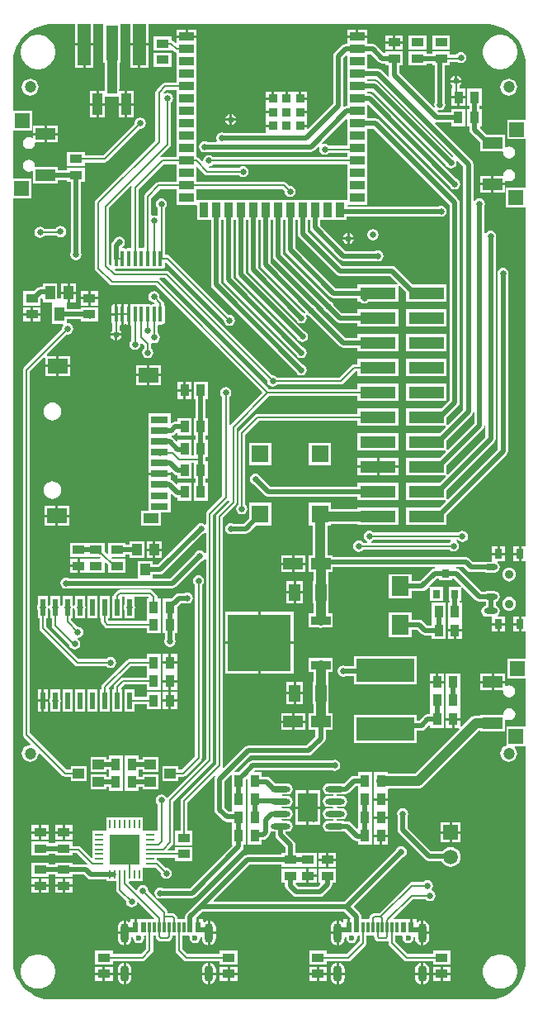
<source format=gbl>
G04*
G04 #@! TF.GenerationSoftware,Altium Limited,Altium Designer,20.1.7 (139)*
G04*
G04 Layer_Physical_Order=2*
G04 Layer_Color=16711680*
%FSLAX25Y25*%
%MOIN*%
G70*
G04*
G04 #@! TF.SameCoordinates,5ECA0F7F-463D-40B6-9D18-12E9E7DCF4CC*
G04*
G04*
G04 #@! TF.FilePolarity,Positive*
G04*
G01*
G75*
%ADD10C,0.00787*%
%ADD37R,0.05315X0.16535*%
%ADD38C,0.01968*%
%ADD39R,0.05906X0.05906*%
%ADD40C,0.05906*%
%ADD41C,0.03543*%
%ADD42C,0.04724*%
%ADD43O,0.03543X0.06693*%
%ADD44O,0.03543X0.07874*%
%ADD45C,0.02362*%
%ADD46C,0.02500*%
%ADD47R,0.03740X0.05118*%
%ADD48R,0.23622X0.09449*%
%ADD49R,0.05118X0.03740*%
%ADD50R,0.07874X0.11811*%
%ADD51O,0.07874X0.02362*%
%ADD52R,0.07870X0.04720*%
%ADD53R,0.04528X0.06890*%
%ADD54R,0.25591X0.22835*%
%ADD55R,0.07874X0.03740*%
%ADD56R,0.07087X0.07874*%
%ADD57R,0.03150X0.03543*%
%ADD58R,0.02100X0.07100*%
%ADD59O,0.05512X0.02362*%
%ADD60R,0.03150X0.03937*%
%ADD61R,0.07087X0.07087*%
%ADD62R,0.04000X0.04500*%
%ADD63R,0.05906X0.05906*%
%ADD64R,0.07874X0.04724*%
G04:AMPARAMS|DCode=65|XSize=61.81mil|YSize=16.14mil|CornerRadius=2.02mil|HoleSize=0mil|Usage=FLASHONLY|Rotation=90.000|XOffset=0mil|YOffset=0mil|HoleType=Round|Shape=RoundedRectangle|*
%AMROUNDEDRECTD65*
21,1,0.06181,0.01211,0,0,90.0*
21,1,0.05778,0.01614,0,0,90.0*
1,1,0.00404,0.00605,0.02889*
1,1,0.00404,0.00605,-0.02889*
1,1,0.00404,-0.00605,-0.02889*
1,1,0.00404,-0.00605,0.02889*
%
%ADD65ROUNDEDRECTD65*%
%ADD66R,0.07000X0.03000*%
%ADD67R,0.06000X0.04000*%
%ADD68R,0.08000X0.06000*%
%ADD69R,0.04500X0.04000*%
%ADD70R,0.01000X0.03543*%
%ADD71R,0.03543X0.01000*%
%ADD72R,0.12205X0.12205*%
%ADD73R,0.14488X0.05000*%
%ADD74R,0.02362X0.04488*%
%ADD75R,0.01181X0.04488*%
%ADD76R,0.03937X0.05512*%
%ADD77R,0.05906X0.03543*%
%ADD78R,0.03543X0.05906*%
%ADD79R,0.03543X0.03543*%
%ADD80R,0.04134X0.08661*%
%ADD81R,0.03937X0.04134*%
%ADD82R,0.05000X0.14173*%
%ADD83C,0.03937*%
G36*
X405991Y670998D02*
X405998Y670998D01*
X407048Y670998D01*
X409127Y670725D01*
X411152Y670182D01*
X413090Y669380D01*
X414905Y668332D01*
X416569Y667056D01*
X418052Y665574D01*
X419329Y663910D01*
X420377Y662095D01*
X421180Y660158D01*
X421724Y658133D01*
X421998Y656054D01*
X421998Y655505D01*
X421999Y655005D01*
X421999Y655004D01*
X421999Y654503D01*
Y632465D01*
X414665D01*
Y624559D01*
X421999D01*
Y604906D01*
X414272D01*
Y597000D01*
X421999D01*
X421999Y460236D01*
X420331D01*
Y457267D01*
X419831D01*
D01*
X420331D01*
Y454299D01*
X421999D01*
Y431889D01*
X420331D01*
Y428921D01*
Y425952D01*
X421999D01*
Y415106D01*
X414744D01*
Y407201D01*
X421999D01*
Y387547D01*
X414350D01*
Y380077D01*
X413630Y379779D01*
X412928Y379240D01*
X412389Y378537D01*
X412050Y377719D01*
X411934Y376842D01*
X412050Y375964D01*
X412389Y375146D01*
X412928Y374444D01*
X413630Y373905D01*
X414448Y373566D01*
X415326Y373451D01*
X416203Y373566D01*
X417021Y373905D01*
X417724Y374444D01*
X418262Y375146D01*
X418601Y375964D01*
X418717Y376842D01*
X418601Y377719D01*
X418262Y378537D01*
X417799Y379142D01*
X417951Y379642D01*
X421999D01*
Y292504D01*
X421999Y291523D01*
X421743Y289585D01*
X421238Y287697D01*
X420490Y285891D01*
X419512Y284198D01*
X418322Y282648D01*
X416940Y281265D01*
X415389Y280076D01*
X413697Y279098D01*
X411891Y278350D01*
X410003Y277844D01*
X408065Y277589D01*
X407088D01*
X407050Y277589D01*
X407050Y277589D01*
X406975Y277583D01*
X406974Y277583D01*
X406900Y277572D01*
X406899Y277571D01*
X406826Y277554D01*
X406790Y277544D01*
X406790Y277544D01*
Y277544D01*
X372316Y277544D01*
X266772D01*
X231500Y277544D01*
X231000Y277544D01*
X231000Y277544D01*
X231000Y277544D01*
X229951D01*
X227872Y277818D01*
X225846Y278360D01*
X223909Y279163D01*
X222093Y280212D01*
X220429Y281488D01*
X218946Y282971D01*
X217669Y284635D01*
X216621Y286451D01*
X215818Y288389D01*
X215275Y290415D01*
X215002Y292494D01*
Y293542D01*
X215001Y293553D01*
X215001Y293560D01*
X215002Y600646D01*
X222335D01*
Y608551D01*
X215002D01*
X215002Y628205D01*
X222728D01*
Y636110D01*
X215002D01*
X215002Y655031D01*
X215003Y656078D01*
X215281Y658154D01*
X215826Y660177D01*
X216630Y662111D01*
X217680Y663923D01*
X218957Y665584D01*
X220440Y667063D01*
X222102Y668337D01*
X223917Y669383D01*
X225852Y670184D01*
X227876Y670725D01*
X229953Y670998D01*
X231002D01*
X231008Y670998D01*
X231012Y670998D01*
X231013Y670999D01*
X240220D01*
Y663213D01*
X247535D01*
Y670999D01*
X251500D01*
Y655413D01*
X252006D01*
Y644906D01*
X252031Y644711D01*
Y643936D01*
X249686D01*
Y639106D01*
X252253D01*
Y641839D01*
X257733D01*
Y639106D01*
X260300D01*
Y643936D01*
X257968D01*
Y644711D01*
X257994Y644906D01*
Y655413D01*
X258500D01*
Y670999D01*
X262464D01*
Y663213D01*
X269779D01*
Y670999D01*
X405986Y670999D01*
X405991Y670998D01*
D02*
G37*
%LPC*%
G36*
X358008Y668653D02*
X354555D01*
Y666382D01*
X358008D01*
Y668653D01*
D02*
G37*
G36*
X289110D02*
X285657D01*
Y666382D01*
X289110D01*
Y668653D01*
D02*
G37*
G36*
X353555D02*
X350102D01*
Y666382D01*
X353555D01*
Y668653D01*
D02*
G37*
G36*
X284657D02*
X281205D01*
Y666382D01*
X284657D01*
Y668653D01*
D02*
G37*
G36*
X372559Y666484D02*
X369500D01*
Y664114D01*
X372559D01*
Y666484D01*
D02*
G37*
G36*
X368500D02*
X365441D01*
Y664114D01*
X368500D01*
Y666484D01*
D02*
G37*
G36*
X391559Y666484D02*
X384441D01*
Y660744D01*
X391559D01*
Y666484D01*
D02*
G37*
G36*
X382059D02*
X374941D01*
Y660744D01*
X382059D01*
Y666484D01*
D02*
G37*
G36*
X372559Y663114D02*
X369500D01*
Y660744D01*
X372559D01*
Y663114D01*
D02*
G37*
G36*
X368500D02*
X365441D01*
Y660744D01*
X368500D01*
Y663114D01*
D02*
G37*
G36*
X279059Y665957D02*
X271941D01*
Y660216D01*
X279059D01*
Y660278D01*
X279521Y660469D01*
X280113Y659877D01*
X280574Y659569D01*
X281118Y659461D01*
X281205D01*
Y658110D01*
Y653110D01*
Y647303D01*
X276382D01*
X275838Y647195D01*
X275377Y646887D01*
X272995Y644505D01*
X272687Y644044D01*
X272579Y643500D01*
Y624089D01*
X248495Y600005D01*
X248187Y599544D01*
X248079Y599000D01*
Y572500D01*
X248187Y571956D01*
X248495Y571495D01*
X253995Y565995D01*
X254456Y565687D01*
X255000Y565579D01*
X272823D01*
X315946Y522456D01*
X302995Y509505D01*
X302921Y509394D01*
X302421Y509545D01*
Y520493D01*
X302622Y520628D01*
X303119Y521372D01*
X303294Y522250D01*
X303119Y523128D01*
X302622Y523872D01*
X301878Y524369D01*
X301000Y524544D01*
X300122Y524369D01*
X299378Y523872D01*
X298881Y523128D01*
X298706Y522250D01*
X298881Y521372D01*
X299378Y520628D01*
X299579Y520493D01*
Y480589D01*
X293495Y474505D01*
X293187Y474044D01*
X293079Y473500D01*
Y469270D01*
X292579Y469151D01*
X291878Y469619D01*
X291000Y469794D01*
X290122Y469619D01*
X289378Y469122D01*
X288880Y468378D01*
X288847Y468208D01*
X273662Y453023D01*
X271568D01*
Y454250D01*
X265568D01*
Y448023D01*
X265568Y447750D01*
X265162Y447523D01*
X237522D01*
X237378Y447619D01*
X236500Y447794D01*
X235622Y447619D01*
X234878Y447122D01*
X234381Y446378D01*
X234206Y445500D01*
X234381Y444622D01*
X234878Y443878D01*
X235622Y443381D01*
X236500Y443206D01*
X237378Y443381D01*
X237522Y443477D01*
X279500D01*
X280274Y443631D01*
X280931Y444069D01*
X291208Y454347D01*
X291378Y454381D01*
X292122Y454878D01*
X292312Y455162D01*
X292978Y455259D01*
X293079Y455176D01*
Y374589D01*
X277554Y359063D01*
X277261Y359051D01*
X276964Y359110D01*
X276622Y359622D01*
X275878Y360120D01*
X275000Y360294D01*
X274122Y360120D01*
X273378Y359622D01*
X272881Y358878D01*
X272706Y358000D01*
X272881Y357122D01*
X273378Y356378D01*
X273579Y356243D01*
Y345730D01*
X273132Y345602D01*
Y345602D01*
X268061D01*
X267588Y345621D01*
X267569Y346094D01*
Y351165D01*
X252758D01*
Y346094D01*
X252739Y345621D01*
X252266Y345602D01*
X247195D01*
Y342602D01*
Y338665D01*
Y335022D01*
X246695Y334815D01*
X242505Y339005D01*
X242044Y339313D01*
X241500Y339421D01*
X239155D01*
Y341406D01*
X232037D01*
Y340559D01*
X229655D01*
Y341406D01*
X222537D01*
Y335665D01*
X229655D01*
Y336512D01*
X232037D01*
Y335665D01*
X239155D01*
Y336579D01*
X240911D01*
X245126Y332364D01*
X244880Y331903D01*
X244555Y331968D01*
X239155D01*
Y332815D01*
X232037D01*
Y331968D01*
X229655D01*
Y332815D01*
X222537D01*
Y327075D01*
X229655D01*
Y327922D01*
X232037D01*
Y327075D01*
X239155D01*
Y327922D01*
X243717D01*
X245069Y326569D01*
X245726Y326131D01*
X246500Y325977D01*
X252758D01*
Y325228D01*
X256774D01*
Y321805D01*
X256882Y321261D01*
X257190Y320800D01*
X260753Y317237D01*
X260706Y317000D01*
X260880Y316122D01*
X261378Y315378D01*
X262122Y314880D01*
X263000Y314706D01*
X263878Y314880D01*
X264622Y315378D01*
X265120Y316122D01*
X265222Y316638D01*
X265765Y316803D01*
X272160Y310407D01*
X271969Y309945D01*
X265093D01*
Y306701D01*
X264093D01*
Y309945D01*
X262411D01*
Y308982D01*
X261912Y308735D01*
X261561Y309004D01*
X260887Y309283D01*
X260663Y309313D01*
Y304417D01*
Y299522D01*
X260887Y299552D01*
X261561Y299831D01*
X262140Y300275D01*
X262584Y300854D01*
X262864Y301529D01*
X262959Y302252D01*
Y303060D01*
X263268Y303168D01*
X263648Y302784D01*
X263589Y302488D01*
X263758Y301637D01*
X264241Y300916D01*
X264962Y300434D01*
X265813Y300264D01*
X266664Y300434D01*
X267386Y300916D01*
X267867Y301637D01*
X268037Y302488D01*
X267944Y302957D01*
X268345Y303457D01*
X268880D01*
Y297882D01*
X266915Y295917D01*
X255371D01*
Y297366D01*
X248253D01*
Y291626D01*
X255371D01*
Y293075D01*
X267504D01*
X268048Y293183D01*
X268048Y293183D01*
X268048Y293183D01*
X268233Y293307D01*
X268509Y293491D01*
X268509Y293491D01*
X271306Y296289D01*
X271306Y296289D01*
X271614Y296750D01*
X271614Y296750D01*
X271673Y297047D01*
X271722Y297293D01*
Y303457D01*
X272817D01*
Y303063D01*
X272925Y302519D01*
X273233Y302058D01*
X273796Y301495D01*
X274257Y301187D01*
X274801Y301079D01*
X277500D01*
X278044Y301187D01*
X278505Y301495D01*
X279180Y302170D01*
X279488Y302631D01*
X279596Y303175D01*
Y303457D01*
X280691D01*
Y297388D01*
X280799Y296844D01*
X281107Y296383D01*
X283999Y293491D01*
X284460Y293183D01*
X285004Y293075D01*
X298646D01*
Y291626D01*
X305765D01*
Y297366D01*
X298646D01*
Y295917D01*
X285593D01*
X283533Y297976D01*
Y303457D01*
X286037D01*
X286438Y302957D01*
X286345Y302488D01*
X286514Y301637D01*
X286996Y300916D01*
X287718Y300434D01*
X288569Y300264D01*
X289420Y300434D01*
X290141Y300916D01*
X290623Y301637D01*
X290793Y302488D01*
X290734Y302785D01*
X291113Y303169D01*
X291423Y303060D01*
Y302252D01*
X291518Y301529D01*
X291798Y300854D01*
X292242Y300275D01*
X292821Y299831D01*
X293495Y299552D01*
X293719Y299522D01*
Y304417D01*
Y309313D01*
X293495Y309283D01*
X292821Y309004D01*
X292471Y308735D01*
X291970Y308982D01*
Y309945D01*
X290289D01*
Y306701D01*
X289289D01*
Y309945D01*
X289224D01*
X289017Y310445D01*
X291541Y312969D01*
X348959D01*
X351483Y310445D01*
X351276Y309945D01*
X351211D01*
Y306701D01*
X350211D01*
Y309945D01*
X348530D01*
Y308982D01*
X348029Y308735D01*
X347679Y309004D01*
X347005Y309283D01*
X346782Y309313D01*
Y304417D01*
Y299522D01*
X347005Y299552D01*
X347679Y299831D01*
X348258Y300275D01*
X348703Y300854D01*
X348982Y301529D01*
X349077Y302252D01*
Y303060D01*
X349386Y303168D01*
X349766Y302784D01*
X349707Y302488D01*
X349877Y301637D01*
X350359Y300916D01*
X351080Y300434D01*
X351931Y300264D01*
X352782Y300434D01*
X353504Y300916D01*
X353986Y301637D01*
X354155Y302488D01*
X354062Y302957D01*
X354463Y303457D01*
X354998D01*
Y301008D01*
X349907Y295917D01*
X341868D01*
Y297366D01*
X334750D01*
Y291626D01*
X341868D01*
Y293075D01*
X350496D01*
X351040Y293183D01*
X351501Y293491D01*
X357424Y299414D01*
X357732Y299875D01*
X357840Y300419D01*
Y303457D01*
X360904D01*
Y302961D01*
X361012Y302417D01*
X361320Y301956D01*
X361781Y301495D01*
X362242Y301187D01*
X362786Y301079D01*
X365699D01*
X366243Y301187D01*
X366309Y301232D01*
X366809Y300965D01*
Y300270D01*
X366918Y299726D01*
X367226Y299265D01*
X372999Y293491D01*
X373460Y293183D01*
X374004Y293075D01*
X384750D01*
Y291626D01*
X391868D01*
Y297366D01*
X384750D01*
Y295917D01*
X374593D01*
X369651Y300858D01*
Y303457D01*
X372155D01*
X372556Y302957D01*
X372463Y302488D01*
X372633Y301637D01*
X373114Y300916D01*
X373836Y300434D01*
X374687Y300264D01*
X375538Y300434D01*
X376259Y300916D01*
X376742Y301637D01*
X376911Y302488D01*
X376852Y302784D01*
X377232Y303168D01*
X377541Y303060D01*
Y302252D01*
X377636Y301529D01*
X377916Y300854D01*
X378360Y300275D01*
X378939Y299831D01*
X379613Y299552D01*
X379837Y299522D01*
Y304417D01*
Y309313D01*
X379613Y309283D01*
X378939Y309004D01*
X378589Y308735D01*
X378088Y308982D01*
Y309945D01*
X376407D01*
Y306701D01*
X375407D01*
Y309945D01*
X369108D01*
X368916Y310407D01*
X376589Y318079D01*
X381743D01*
X381878Y317878D01*
X382622Y317380D01*
X383500Y317206D01*
X384378Y317380D01*
X385122Y317878D01*
X385619Y318622D01*
X385794Y319500D01*
X385619Y320378D01*
X385122Y321122D01*
X384466Y321561D01*
X384374Y321645D01*
X384300Y322145D01*
X384619Y322622D01*
X384794Y323500D01*
X384619Y324378D01*
X384122Y325122D01*
X383378Y325620D01*
X382500Y325794D01*
X381622Y325620D01*
X380878Y325122D01*
X380743Y324921D01*
X376132D01*
X375588Y324813D01*
X375127Y324505D01*
X363043Y312421D01*
X361000D01*
X360456Y312313D01*
X359995Y312005D01*
X359321Y311331D01*
X359013Y310870D01*
X358905Y310326D01*
Y309945D01*
X355883D01*
Y310929D01*
X355729Y311703D01*
X355291Y312360D01*
X352658Y314993D01*
X372610Y334945D01*
X372780Y334979D01*
X373524Y335476D01*
X374022Y336220D01*
X374196Y337098D01*
X374022Y337976D01*
X373524Y338720D01*
X372780Y339217D01*
X371902Y339392D01*
X371024Y339217D01*
X370280Y338720D01*
X369783Y337976D01*
X369749Y337806D01*
X348959Y317016D01*
X296241D01*
X296049Y317478D01*
X310545Y331973D01*
X323563D01*
Y331126D01*
X337681D01*
Y336866D01*
X329145D01*
Y339878D01*
X328991Y340652D01*
X328553Y341309D01*
X325121Y344740D01*
Y345272D01*
X325854D01*
X326705Y345442D01*
X327427Y345924D01*
X327909Y346645D01*
X328078Y347496D01*
X327909Y348347D01*
X327427Y349069D01*
X326705Y349551D01*
X325854Y349720D01*
X323813D01*
X323625Y350220D01*
X323684Y350272D01*
X325854D01*
X326705Y350442D01*
X327427Y350924D01*
X327909Y351645D01*
X328078Y352496D01*
X327909Y353347D01*
X327427Y354069D01*
X326705Y354551D01*
X325854Y354720D01*
X323738D01*
X323529Y355220D01*
X323580Y355272D01*
X325854D01*
X326705Y355441D01*
X327427Y355924D01*
X327909Y356645D01*
X328078Y357496D01*
X327909Y358347D01*
X327427Y359069D01*
X326705Y359551D01*
X325854Y359720D01*
X323836D01*
X323776Y359772D01*
X323965Y360272D01*
X325854D01*
X326705Y360441D01*
X327427Y360924D01*
X327909Y361645D01*
X328078Y362496D01*
X327909Y363347D01*
X327427Y364069D01*
X326705Y364551D01*
X325854Y364720D01*
X320980D01*
X318769Y366931D01*
X318113Y367369D01*
X317338Y367523D01*
X315628D01*
Y369263D01*
X312884D01*
X312639Y369762D01*
X312806Y369977D01*
X343978D01*
X344122Y369881D01*
X345000Y369706D01*
X345878Y369881D01*
X346622Y370378D01*
X347119Y371122D01*
X347294Y372000D01*
X347119Y372878D01*
X346622Y373622D01*
X345878Y374119D01*
X345000Y374294D01*
X344122Y374119D01*
X343978Y374023D01*
X311819D01*
X311045Y373869D01*
X310388Y373431D01*
X307254Y370296D01*
X307153Y370145D01*
X306271Y369263D01*
X304777D01*
X304586Y369724D01*
X310838Y375977D01*
X334500D01*
X335274Y376131D01*
X335931Y376569D01*
X340764Y381402D01*
X341202Y382059D01*
X341356Y382833D01*
Y386266D01*
X344268D01*
Y392986D01*
X342327D01*
Y396681D01*
X342597D01*
Y405571D01*
X342327D01*
Y409627D01*
X344270D01*
Y415367D01*
X340161D01*
X340108Y415389D01*
X339333Y415491D01*
X338558Y415389D01*
X338505Y415367D01*
X334396D01*
Y409627D01*
X336339D01*
Y405571D01*
X336069D01*
Y396681D01*
X336339D01*
Y392986D01*
X334398D01*
Y386266D01*
X337310D01*
Y383671D01*
X333662Y380023D01*
X310000D01*
X309226Y379869D01*
X308569Y379431D01*
X300050Y370911D01*
X299661Y371230D01*
X299813Y371456D01*
X299921Y372000D01*
Y471911D01*
X305005Y476995D01*
X305313Y477456D01*
X305421Y478000D01*
Y507911D01*
X318500Y520991D01*
X354268D01*
Y518912D01*
X370756D01*
Y525912D01*
X354268D01*
Y523833D01*
X318589D01*
X274416Y568005D01*
X274305Y568079D01*
X274457Y568579D01*
X276411D01*
X317753Y527237D01*
X317706Y527000D01*
X317881Y526122D01*
X318378Y525378D01*
X319122Y524881D01*
X320000Y524706D01*
X320878Y524881D01*
X321622Y525378D01*
X321757Y525579D01*
X347500D01*
X348044Y525687D01*
X348505Y525995D01*
X353500Y530991D01*
X354268D01*
Y528912D01*
X370756D01*
Y535912D01*
X354268D01*
Y533833D01*
X352912D01*
X352368Y533724D01*
X351907Y533416D01*
X346911Y528421D01*
X321757D01*
X321622Y528622D01*
X320878Y529119D01*
X320000Y529294D01*
X319763Y529247D01*
X278005Y571005D01*
X277544Y571313D01*
X277000Y571421D01*
X256589D01*
X256124Y571886D01*
X256331Y572386D01*
X257319D01*
X257788Y572479D01*
X257993Y572616D01*
X258199Y572479D01*
X258667Y572386D01*
X259878D01*
X260347Y572479D01*
X260552Y572616D01*
X260758Y572479D01*
X261227Y572386D01*
X262437D01*
X262906Y572479D01*
X263111Y572616D01*
X263317Y572479D01*
X263786Y572386D01*
X264996D01*
X265465Y572479D01*
X265670Y572616D01*
X265876Y572479D01*
X266345Y572386D01*
X267555D01*
X268024Y572479D01*
X268230Y572616D01*
X268435Y572479D01*
X268904Y572386D01*
X270114D01*
X270583Y572479D01*
X270789Y572616D01*
X270994Y572479D01*
X271463Y572386D01*
X272673D01*
X273142Y572479D01*
X273348Y572616D01*
X273553Y572479D01*
X274022Y572386D01*
X275233D01*
X275701Y572479D01*
X276099Y572745D01*
X276365Y573142D01*
X276458Y573611D01*
Y574967D01*
X276958Y575033D01*
X300253Y551737D01*
X300206Y551500D01*
X300380Y550622D01*
X300878Y549878D01*
X301622Y549381D01*
X302500Y549206D01*
X303378Y549381D01*
X304122Y549878D01*
X304620Y550622D01*
X304794Y551500D01*
X304620Y552378D01*
X304122Y553122D01*
X303378Y553619D01*
X302500Y553794D01*
X302263Y553747D01*
X278505Y577505D01*
X278044Y577813D01*
X277500Y577921D01*
X276458D01*
Y579389D01*
X276421Y579574D01*
Y596743D01*
X276622Y596878D01*
X277119Y597622D01*
X277294Y598500D01*
X277119Y599378D01*
X276622Y600122D01*
X275878Y600619D01*
X275000Y600794D01*
X274122Y600619D01*
X273378Y600122D01*
X272881Y599378D01*
X272706Y598500D01*
X272881Y597622D01*
X273378Y596878D01*
X273579Y596743D01*
Y593795D01*
X273138Y593559D01*
X272946Y593687D01*
X272068Y593862D01*
X271345Y593718D01*
X270845Y594013D01*
Y600836D01*
X274470Y604461D01*
X281205D01*
Y603110D01*
Y598110D01*
X288835D01*
X289110Y598110D01*
X289335Y597703D01*
Y592008D01*
X295083D01*
Y565894D01*
X295237Y565119D01*
X295676Y564463D01*
X329347Y530792D01*
X329380Y530622D01*
X329878Y529878D01*
X330622Y529381D01*
X331500Y529206D01*
X332378Y529381D01*
X333122Y529878D01*
X333619Y530622D01*
X333794Y531500D01*
X333619Y532378D01*
X333122Y533122D01*
X332378Y533619D01*
X332208Y533653D01*
X299130Y566732D01*
Y592008D01*
X300083D01*
Y567894D01*
X300237Y567119D01*
X300676Y566463D01*
X329347Y537792D01*
X329380Y537622D01*
X329878Y536878D01*
X330622Y536381D01*
X331500Y536206D01*
X332378Y536381D01*
X333122Y536878D01*
X333619Y537622D01*
X333794Y538500D01*
X333619Y539378D01*
X333122Y540122D01*
X332378Y540619D01*
X332208Y540653D01*
X304130Y568732D01*
Y592008D01*
X305083D01*
Y569894D01*
X305237Y569119D01*
X305676Y568463D01*
X329847Y544292D01*
X329880Y544122D01*
X330378Y543378D01*
X331122Y542881D01*
X332000Y542706D01*
X332878Y542881D01*
X333622Y543378D01*
X334120Y544122D01*
X334294Y545000D01*
X334120Y545878D01*
X333622Y546622D01*
X332878Y547119D01*
X332708Y547153D01*
X309130Y570732D01*
Y592008D01*
X310083D01*
Y571894D01*
X310237Y571119D01*
X310676Y570463D01*
X329347Y551792D01*
X329380Y551622D01*
X329878Y550878D01*
X330622Y550381D01*
X331500Y550206D01*
X332378Y550381D01*
X333122Y550878D01*
X333619Y551622D01*
X333794Y552500D01*
X333619Y553378D01*
X333478Y553589D01*
X333878Y553878D01*
X334622Y553381D01*
X334792Y553347D01*
X347158Y540981D01*
X347814Y540543D01*
X348588Y540388D01*
X354268D01*
Y538912D01*
X370756D01*
Y545912D01*
X354268D01*
Y544435D01*
X349426D01*
X337653Y556208D01*
X337619Y556378D01*
X337122Y557122D01*
X336378Y557619D01*
X336208Y557653D01*
X319129Y574732D01*
Y592008D01*
X320083D01*
Y577394D01*
X320237Y576619D01*
X320676Y575963D01*
X340347Y556292D01*
X340381Y556122D01*
X340878Y555378D01*
X341622Y554881D01*
X341792Y554847D01*
X345658Y550981D01*
X346314Y550542D01*
X347088Y550388D01*
X354268D01*
Y548912D01*
X370756D01*
Y555912D01*
X354268D01*
Y554435D01*
X347926D01*
X344653Y557708D01*
X344619Y557878D01*
X344122Y558622D01*
X343378Y559119D01*
X343208Y559153D01*
X324130Y578232D01*
Y592008D01*
X325083D01*
Y579894D01*
X325237Y579119D01*
X325676Y578463D01*
X343158Y560981D01*
X343814Y560542D01*
X344588Y560389D01*
X354268D01*
Y558912D01*
X355355D01*
X355378Y558878D01*
X356122Y558381D01*
X357000Y558206D01*
X357878Y558381D01*
X358622Y558878D01*
X358645Y558912D01*
X370756D01*
Y565343D01*
X371256Y565551D01*
X373756Y563051D01*
Y558912D01*
X390244D01*
Y565912D01*
X376617D01*
X369598Y572931D01*
X368942Y573369D01*
X368167Y573523D01*
X347838D01*
X334130Y587232D01*
Y592008D01*
X335083D01*
Y588894D01*
X335237Y588119D01*
X335676Y587463D01*
X347069Y576069D01*
X347726Y575631D01*
X348500Y575477D01*
X361478D01*
X361622Y575381D01*
X362500Y575206D01*
X363378Y575381D01*
X364122Y575878D01*
X364619Y576622D01*
X364794Y577500D01*
X364619Y578378D01*
X364122Y579122D01*
X363378Y579619D01*
X362500Y579794D01*
X361622Y579619D01*
X361478Y579523D01*
X349338D01*
X339129Y589732D01*
Y592008D01*
X349878D01*
Y593477D01*
X386978D01*
X387122Y593381D01*
X388000Y593206D01*
X388878Y593381D01*
X389622Y593878D01*
X390120Y594622D01*
X390294Y595500D01*
X390120Y596378D01*
X389622Y597122D01*
X388878Y597619D01*
X388000Y597794D01*
X387122Y597619D01*
X386978Y597523D01*
X350350D01*
X350298Y597610D01*
X350315Y597717D01*
X350584Y598110D01*
X358008D01*
Y603110D01*
Y608110D01*
Y613110D01*
Y618110D01*
Y623110D01*
Y628859D01*
X360780D01*
X391477Y598162D01*
Y519338D01*
X388051Y515912D01*
X373756D01*
Y508912D01*
X389676D01*
X389883Y508412D01*
X387383Y505912D01*
X373756D01*
Y498912D01*
X389676D01*
X389883Y498412D01*
X387383Y495912D01*
X373756D01*
Y488912D01*
X389676D01*
X389883Y488412D01*
X387383Y485912D01*
X373756D01*
Y478912D01*
X389676D01*
X389883Y478412D01*
X387383Y475912D01*
X373756D01*
Y468912D01*
X390244D01*
Y473050D01*
X414431Y497237D01*
X414869Y497893D01*
X415023Y498667D01*
Y569478D01*
X415119Y569622D01*
X415294Y570500D01*
X415119Y571378D01*
X414622Y572122D01*
X413878Y572619D01*
X413000Y572794D01*
X412122Y572619D01*
X411378Y572122D01*
X410881Y571378D01*
X410706Y570500D01*
X410881Y569622D01*
X410977Y569478D01*
Y499506D01*
X390744Y479273D01*
X390244Y479480D01*
Y483050D01*
X409431Y502237D01*
X409869Y502893D01*
X410023Y503667D01*
Y584478D01*
X410119Y584622D01*
X410294Y585500D01*
X410119Y586378D01*
X409622Y587122D01*
X408878Y587619D01*
X408000Y587794D01*
X407122Y587619D01*
X406378Y587122D01*
X406023Y586591D01*
X405523Y586743D01*
Y597478D01*
X405619Y597622D01*
X405794Y598500D01*
X405619Y599378D01*
X405122Y600122D01*
X404378Y600619D01*
X403500Y600794D01*
X402622Y600619D01*
X401878Y600122D01*
X401523Y599591D01*
X401023Y599743D01*
Y614500D01*
X400869Y615274D01*
X400431Y615931D01*
X385511Y630850D01*
X385758Y631311D01*
X386268Y631209D01*
X392114D01*
Y629673D01*
X397854D01*
Y636791D01*
X392114D01*
Y635255D01*
X387106D01*
X386409Y635952D01*
X386511Y636157D01*
X386704Y636364D01*
X387500Y636206D01*
X388378Y636381D01*
X389122Y636878D01*
X389619Y637622D01*
X389794Y638500D01*
X389619Y639378D01*
X389523Y639522D01*
Y654248D01*
X391559D01*
Y655697D01*
X394648D01*
X395122Y655381D01*
X396000Y655206D01*
X396878Y655381D01*
X397622Y655878D01*
X398119Y656622D01*
X398294Y657500D01*
X398119Y658378D01*
X397622Y659122D01*
X396878Y659619D01*
X396000Y659794D01*
X395122Y659619D01*
X394378Y659122D01*
X393988Y658539D01*
X391559D01*
Y659988D01*
X384441D01*
Y659141D01*
X382059D01*
Y659988D01*
X374941D01*
Y654248D01*
X382059D01*
Y655095D01*
X384441D01*
Y654248D01*
X385477D01*
Y639522D01*
X385381Y639378D01*
X385206Y638500D01*
X385364Y637704D01*
X385157Y637511D01*
X384952Y637409D01*
X371023Y651338D01*
Y654248D01*
X372559D01*
Y659988D01*
X365441D01*
Y659244D01*
X364941Y659184D01*
X361812Y662312D01*
X361156Y662751D01*
X360382Y662905D01*
X358008D01*
Y663110D01*
Y665382D01*
X354055D01*
X350102D01*
Y662905D01*
X349382D01*
X348608Y662751D01*
X347951Y662312D01*
X344951Y659312D01*
X344513Y658656D01*
X344359Y657882D01*
Y638720D01*
X334257Y628618D01*
X333795Y628810D01*
Y629476D01*
X331024D01*
Y630476D01*
X333795D01*
Y632717D01*
Y634988D01*
X331024D01*
Y635988D01*
X333795D01*
Y638228D01*
Y640500D01*
X331024D01*
Y641000D01*
X330524D01*
Y643772D01*
X326012D01*
Y641000D01*
X325012D01*
Y643772D01*
X320500D01*
Y641000D01*
X320000D01*
Y640500D01*
X317228D01*
Y638228D01*
Y635988D01*
X320000D01*
Y634988D01*
X317228D01*
Y632717D01*
Y630476D01*
X320000D01*
Y629476D01*
X317228D01*
Y627205D01*
X316804Y627023D01*
X300522D01*
X300378Y627119D01*
X299500Y627294D01*
X298622Y627119D01*
X297878Y626622D01*
X297380Y625878D01*
X297206Y625000D01*
X297380Y624122D01*
X297486Y623964D01*
X297250Y623523D01*
X293522D01*
X293378Y623619D01*
X292500Y623794D01*
X291622Y623619D01*
X290878Y623122D01*
X290381Y622378D01*
X290206Y621500D01*
X290381Y620622D01*
X290878Y619878D01*
X291622Y619381D01*
X292500Y619206D01*
X293378Y619381D01*
X293522Y619477D01*
X335500D01*
X336274Y619631D01*
X336931Y620069D01*
X338452Y621591D01*
X338657Y621489D01*
X338864Y621296D01*
X338706Y620500D01*
X338880Y619622D01*
X339378Y618878D01*
X340122Y618381D01*
X341000Y618206D01*
X341878Y618381D01*
X342622Y618878D01*
X342757Y619079D01*
X350102D01*
Y617303D01*
X295875D01*
X295740Y617504D01*
X294996Y618001D01*
X294118Y618176D01*
X293240Y618001D01*
X292496Y617504D01*
X291999Y616760D01*
X291824Y615882D01*
X291829Y615857D01*
X291388Y615622D01*
X290123Y616887D01*
X289662Y617195D01*
X289118Y617303D01*
X289110D01*
Y623110D01*
Y628110D01*
Y633110D01*
Y638110D01*
Y643110D01*
Y648110D01*
Y653110D01*
Y658110D01*
Y663110D01*
Y665382D01*
X285157D01*
X281205D01*
Y663512D01*
X280705Y663305D01*
X279918Y664091D01*
X279457Y664399D01*
X279059Y664479D01*
Y665957D01*
D02*
G37*
G36*
Y659460D02*
X271941D01*
Y653720D01*
X279059D01*
Y659460D01*
D02*
G37*
G36*
X269779Y662213D02*
X266622D01*
Y653445D01*
X269779D01*
Y662213D01*
D02*
G37*
G36*
X265622D02*
X262464D01*
Y653445D01*
X265622D01*
Y662213D01*
D02*
G37*
G36*
X247535D02*
X244378D01*
Y653445D01*
X247535D01*
Y662213D01*
D02*
G37*
G36*
X243378D02*
X240220D01*
Y653445D01*
X243378D01*
Y662213D01*
D02*
G37*
G36*
X412430Y666633D02*
X411266D01*
X411168Y666613D01*
X411067D01*
X409926Y666387D01*
X409834Y666348D01*
X409735Y666328D01*
X408660Y665883D01*
X408577Y665828D01*
X408484Y665789D01*
X407517Y665143D01*
X407446Y665072D01*
X407362Y665016D01*
X406540Y664193D01*
X406484Y664110D01*
X406413Y664039D01*
X405767Y663072D01*
X405728Y662979D01*
X405673Y662895D01*
X405227Y661821D01*
X405208Y661722D01*
X405169Y661629D01*
X404942Y660489D01*
Y660388D01*
X404923Y660290D01*
Y659126D01*
X404942Y659028D01*
Y658927D01*
X405169Y657787D01*
X405208Y657694D01*
X405227Y657595D01*
X405673Y656521D01*
X405728Y656437D01*
X405767Y656344D01*
X406413Y655377D01*
X406484Y655306D01*
X406540Y655223D01*
X407362Y654400D01*
X407446Y654344D01*
X407517Y654273D01*
X408484Y653627D01*
X408577Y653588D01*
X408660Y653533D01*
X409735Y653087D01*
X409834Y653068D01*
X409926Y653029D01*
X411067Y652803D01*
X411168D01*
X411266Y652783D01*
X412430D01*
X412528Y652803D01*
X412628D01*
X413769Y653029D01*
X413862Y653068D01*
X413961Y653087D01*
X415035Y653533D01*
X415119Y653588D01*
X415212Y653627D01*
X416179Y654273D01*
X416250Y654344D01*
X416333Y654400D01*
X417156Y655223D01*
X417212Y655306D01*
X417283Y655377D01*
X417929Y656344D01*
X417968Y656437D01*
X418023Y656521D01*
X418468Y657595D01*
X418488Y657694D01*
X418527Y657787D01*
X418753Y658927D01*
Y659028D01*
X418773Y659126D01*
Y660290D01*
X418753Y660388D01*
Y660489D01*
X418527Y661629D01*
X418488Y661722D01*
X418468Y661821D01*
X418023Y662895D01*
X417968Y662979D01*
X417929Y663072D01*
X417283Y664039D01*
X417212Y664110D01*
X417156Y664193D01*
X416333Y665016D01*
X416250Y665072D01*
X416179Y665143D01*
X415212Y665789D01*
X415119Y665828D01*
X415035Y665883D01*
X413961Y666328D01*
X413862Y666348D01*
X413769Y666387D01*
X412628Y666613D01*
X412528D01*
X412430Y666633D01*
D02*
G37*
G36*
X225734Y666633D02*
X224570D01*
X224472Y666613D01*
X224372D01*
X223231Y666387D01*
X223138Y666348D01*
X223039Y666328D01*
X221965Y665883D01*
X221881Y665828D01*
X221788Y665789D01*
X220821Y665143D01*
X220750Y665072D01*
X220667Y665016D01*
X219844Y664193D01*
X219788Y664110D01*
X219717Y664039D01*
X219071Y663072D01*
X219033Y662979D01*
X218977Y662895D01*
X218532Y661821D01*
X218512Y661722D01*
X218474Y661629D01*
X218247Y660489D01*
Y660388D01*
X218227Y660290D01*
Y659126D01*
X218247Y659028D01*
Y658927D01*
X218474Y657787D01*
X218512Y657694D01*
X218532Y657595D01*
X218977Y656521D01*
X219033Y656437D01*
X219071Y656344D01*
X219717Y655377D01*
X219788Y655306D01*
X219844Y655223D01*
X220667Y654400D01*
X220750Y654344D01*
X220821Y654273D01*
X221788Y653627D01*
X221881Y653588D01*
X221965Y653533D01*
X223039Y653087D01*
X223138Y653068D01*
X223231Y653029D01*
X224372Y652803D01*
X224472D01*
X224570Y652783D01*
X225734D01*
X225832Y652803D01*
X225933D01*
X227074Y653029D01*
X227166Y653068D01*
X227265Y653087D01*
X228340Y653533D01*
X228423Y653588D01*
X228516Y653627D01*
X229483Y654273D01*
X229554Y654344D01*
X229638Y654400D01*
X230460Y655223D01*
X230516Y655306D01*
X230587Y655377D01*
X231233Y656344D01*
X231272Y656437D01*
X231328Y656521D01*
X231773Y657595D01*
X231792Y657694D01*
X231831Y657787D01*
X232058Y658927D01*
Y659028D01*
X232077Y659126D01*
Y660290D01*
X232058Y660388D01*
Y660489D01*
X231831Y661629D01*
X231792Y661722D01*
X231773Y661821D01*
X231328Y662895D01*
X231272Y662979D01*
X231233Y663072D01*
X230587Y664039D01*
X230516Y664110D01*
X230460Y664193D01*
X229638Y665016D01*
X229554Y665072D01*
X229483Y665143D01*
X228516Y665789D01*
X228423Y665828D01*
X228340Y665883D01*
X227265Y666328D01*
X227166Y666348D01*
X227074Y666387D01*
X225933Y666613D01*
X225832D01*
X225734Y666633D01*
D02*
G37*
G36*
X394516Y650179D02*
Y648484D01*
X396210D01*
X396135Y648862D01*
X395638Y649607D01*
X394894Y650104D01*
X394516Y650179D01*
D02*
G37*
G36*
X393516D02*
X393138Y650104D01*
X392393Y649607D01*
X391896Y648862D01*
X391821Y648484D01*
X393516D01*
Y650179D01*
D02*
G37*
G36*
X415326Y648934D02*
X414448Y648818D01*
X413630Y648480D01*
X412928Y647940D01*
X412389Y647238D01*
X412050Y646420D01*
X411934Y645543D01*
X412050Y644665D01*
X412389Y643847D01*
X412928Y643145D01*
X413630Y642606D01*
X414448Y642267D01*
X415326Y642151D01*
X416203Y642267D01*
X417021Y642606D01*
X417724Y643145D01*
X418262Y643847D01*
X418601Y644665D01*
X418717Y645543D01*
X418601Y646420D01*
X418262Y647238D01*
X417724Y647940D01*
X417021Y648480D01*
X416203Y648818D01*
X415326Y648934D01*
D02*
G37*
G36*
X222019D02*
X221141Y648818D01*
X220323Y648480D01*
X219621Y647940D01*
X219082Y647238D01*
X218743Y646420D01*
X218627Y645543D01*
X218743Y644665D01*
X219082Y643847D01*
X219621Y643145D01*
X220323Y642606D01*
X221141Y642267D01*
X222019Y642151D01*
X222896Y642267D01*
X223714Y642606D01*
X224417Y643145D01*
X224956Y643847D01*
X225294Y644665D01*
X225410Y645543D01*
X225294Y646420D01*
X224956Y647238D01*
X224417Y647940D01*
X223714Y648480D01*
X222896Y648818D01*
X222019Y648934D01*
D02*
G37*
G36*
X396210Y647484D02*
X391821D01*
X391896Y647106D01*
X392393Y646362D01*
X392595Y646228D01*
Y645059D01*
X392130D01*
Y642000D01*
X395000D01*
X397870D01*
Y645059D01*
X395437D01*
Y646228D01*
X395638Y646362D01*
X396135Y647106D01*
X396210Y647484D01*
D02*
G37*
G36*
X333795Y643772D02*
X331524D01*
Y641500D01*
X333795D01*
Y643772D01*
D02*
G37*
G36*
X319500D02*
X317228D01*
Y641500D01*
X319500D01*
Y643772D01*
D02*
G37*
G36*
X263867Y643936D02*
X261300D01*
Y639106D01*
X263867D01*
Y643936D01*
D02*
G37*
G36*
X248686D02*
X246119D01*
Y639106D01*
X248686D01*
Y643936D01*
D02*
G37*
G36*
X397870Y641000D02*
X395500D01*
Y637941D01*
X397870D01*
Y641000D01*
D02*
G37*
G36*
X394500D02*
X392130D01*
Y637941D01*
X394500D01*
Y641000D01*
D02*
G37*
G36*
X263867Y638106D02*
X261300D01*
Y633275D01*
X263867D01*
Y638106D01*
D02*
G37*
G36*
X260300D02*
X257733D01*
Y633275D01*
X260300D01*
Y638106D01*
D02*
G37*
G36*
X252253D02*
X249686D01*
Y633275D01*
X252253D01*
Y638106D01*
D02*
G37*
G36*
X248686D02*
X246119D01*
Y633275D01*
X248686D01*
Y638106D01*
D02*
G37*
G36*
X303500Y634695D02*
Y633000D01*
X305195D01*
X305119Y633378D01*
X304622Y634122D01*
X303878Y634619D01*
X303500Y634695D01*
D02*
G37*
G36*
X302500D02*
X302122Y634619D01*
X301378Y634122D01*
X300881Y633378D01*
X300805Y633000D01*
X302500D01*
Y634695D01*
D02*
G37*
G36*
X305195Y632000D02*
X303500D01*
Y630305D01*
X303878Y630381D01*
X304622Y630878D01*
X305119Y631622D01*
X305195Y632000D01*
D02*
G37*
G36*
X302500D02*
X300805D01*
X300881Y631622D01*
X301378Y630878D01*
X302122Y630381D01*
X302500Y630305D01*
Y632000D01*
D02*
G37*
G36*
X266500Y633294D02*
X265622Y633119D01*
X264878Y632622D01*
X264381Y631878D01*
X264206Y631000D01*
X264253Y630763D01*
X251518Y618027D01*
X244059D01*
Y619476D01*
X236941D01*
Y613736D01*
X244059D01*
Y615185D01*
X252106D01*
X252650Y615293D01*
X253111Y615601D01*
X266263Y628753D01*
X266500Y628706D01*
X267378Y628881D01*
X268122Y629378D01*
X268619Y630122D01*
X268794Y631000D01*
X268619Y631878D01*
X268122Y632622D01*
X267378Y633119D01*
X266500Y633294D01*
D02*
G37*
G36*
X233161Y630008D02*
X228724D01*
Y627146D01*
X233161D01*
Y630008D01*
D02*
G37*
G36*
X227724D02*
X223287D01*
Y627146D01*
X227724D01*
Y630008D01*
D02*
G37*
G36*
Y626146D02*
X223287D01*
Y625267D01*
X222787Y625000D01*
X222428Y625240D01*
X221500Y625424D01*
X220572Y625240D01*
X219786Y624714D01*
X219260Y623928D01*
X219075Y623000D01*
X219260Y622072D01*
X219786Y621286D01*
X220572Y620760D01*
X221500Y620576D01*
X222428Y620760D01*
X223214Y621286D01*
X223740Y622072D01*
X223924Y623000D01*
X224157Y623283D01*
X227724D01*
Y626146D01*
D02*
G37*
G36*
X233161D02*
X228724D01*
Y623283D01*
X233161D01*
Y626146D01*
D02*
G37*
G36*
X404366Y645059D02*
X398626D01*
Y637941D01*
X399457D01*
Y636791D01*
X398610D01*
Y629673D01*
X399457D01*
Y628520D01*
X399611Y627745D01*
X400050Y627089D01*
X403839Y623300D01*
Y619638D01*
X412734D01*
X413044Y619260D01*
X413229Y618332D01*
X413754Y617545D01*
X414541Y617020D01*
X415469Y616835D01*
X416396Y617020D01*
X417183Y617545D01*
X417709Y618332D01*
X417893Y619260D01*
X417709Y620188D01*
X417183Y620974D01*
X416396Y621500D01*
X415469Y621684D01*
X414541Y621500D01*
X414213Y621280D01*
X413713Y621548D01*
Y626362D01*
X406499D01*
X403688Y629173D01*
X403895Y629673D01*
X404351D01*
Y636791D01*
X403504D01*
Y637941D01*
X404366D01*
Y645059D01*
D02*
G37*
G36*
X415500Y612535D02*
X414572Y612350D01*
X413786Y611825D01*
X413260Y611038D01*
X413075Y610110D01*
X412843Y609827D01*
X409276D01*
Y606965D01*
X413713D01*
Y607843D01*
X414213Y608111D01*
X414572Y607870D01*
X415500Y607686D01*
X416428Y607870D01*
X417214Y608396D01*
X417740Y609182D01*
X417924Y610110D01*
X417740Y611038D01*
X417214Y611825D01*
X416428Y612350D01*
X415500Y612535D01*
D02*
G37*
G36*
X408276Y609827D02*
X403839D01*
Y606965D01*
X408276D01*
Y609827D01*
D02*
G37*
G36*
X413713Y605965D02*
X409276D01*
Y603102D01*
X413713D01*
Y605965D01*
D02*
G37*
G36*
X408276D02*
X403839D01*
Y603102D01*
X408276D01*
Y605965D01*
D02*
G37*
G36*
X234250Y589544D02*
X233372Y589369D01*
X232628Y588872D01*
X232326Y588421D01*
X227757D01*
X227622Y588622D01*
X226878Y589119D01*
X226000Y589294D01*
X225122Y589119D01*
X224378Y588622D01*
X223881Y587878D01*
X223706Y587000D01*
X223881Y586122D01*
X224378Y585378D01*
X225122Y584881D01*
X226000Y584706D01*
X226878Y584881D01*
X227622Y585378D01*
X227757Y585579D01*
X232701D01*
X233372Y585131D01*
X234250Y584956D01*
X235128Y585131D01*
X235872Y585628D01*
X236369Y586372D01*
X236544Y587250D01*
X236369Y588128D01*
X235872Y588872D01*
X235128Y589369D01*
X234250Y589544D01*
D02*
G37*
G36*
X351000Y586695D02*
Y585000D01*
X352695D01*
X352620Y585378D01*
X352122Y586122D01*
X351378Y586619D01*
X351000Y586695D01*
D02*
G37*
G36*
X350000D02*
X349622Y586619D01*
X348878Y586122D01*
X348380Y585378D01*
X348305Y585000D01*
X350000D01*
Y586695D01*
D02*
G37*
G36*
X360500Y588294D02*
X359622Y588119D01*
X358878Y587622D01*
X358381Y586878D01*
X358206Y586000D01*
X358381Y585122D01*
X358878Y584378D01*
X359622Y583881D01*
X360500Y583706D01*
X361378Y583881D01*
X362122Y584378D01*
X362619Y585122D01*
X362794Y586000D01*
X362619Y586878D01*
X362122Y587622D01*
X361378Y588119D01*
X360500Y588294D01*
D02*
G37*
G36*
X352695Y584000D02*
X351000D01*
Y582305D01*
X351378Y582381D01*
X352122Y582878D01*
X352620Y583622D01*
X352695Y584000D01*
D02*
G37*
G36*
X350000D02*
X348305D01*
X348380Y583622D01*
X348878Y582878D01*
X349622Y582381D01*
X350000Y582305D01*
Y584000D01*
D02*
G37*
G36*
X221531Y616275D02*
X220604Y616090D01*
X219817Y615565D01*
X219291Y614778D01*
X219107Y613850D01*
X219291Y612923D01*
X219817Y612136D01*
X220604Y611610D01*
X221531Y611426D01*
X222459Y611610D01*
X222787Y611830D01*
X223287Y611562D01*
Y606748D01*
X233161D01*
Y608087D01*
X236941D01*
Y607240D01*
X238477D01*
Y579022D01*
X238381Y578878D01*
X238206Y578000D01*
X238381Y577122D01*
X238878Y576378D01*
X239622Y575881D01*
X240500Y575706D01*
X241378Y575881D01*
X242122Y576378D01*
X242619Y577122D01*
X242794Y578000D01*
X242619Y578878D01*
X242523Y579022D01*
Y607240D01*
X244059D01*
Y612980D01*
X236941D01*
Y612133D01*
X233161D01*
Y613472D01*
X224266D01*
X223956Y613850D01*
X223771Y614778D01*
X223246Y615565D01*
X222459Y616090D01*
X221531Y616275D01*
D02*
G37*
G36*
X240469Y566319D02*
X238000D01*
Y563063D01*
X240469D01*
Y566319D01*
D02*
G37*
G36*
X237000D02*
X234531D01*
Y563063D01*
X237000D01*
Y566319D01*
D02*
G37*
G36*
X249520Y563268D02*
X246461D01*
Y560898D01*
X249520D01*
Y563268D01*
D02*
G37*
G36*
X245461D02*
X242402D01*
Y560898D01*
X245461D01*
Y563268D01*
D02*
G37*
G36*
X240469Y562063D02*
X238000D01*
Y558807D01*
X240469D01*
Y562063D01*
D02*
G37*
G36*
X272000Y563294D02*
X271122Y563119D01*
X270378Y562622D01*
X269881Y561878D01*
X269706Y561000D01*
X269881Y560122D01*
X270378Y559378D01*
X271122Y558881D01*
X272000Y558706D01*
X272014Y558709D01*
X272187Y558516D01*
X271963Y558016D01*
X271463D01*
X270994Y557922D01*
X270789Y557785D01*
X270583Y557922D01*
X270114Y558016D01*
X268904D01*
X268435Y557922D01*
X268230Y557785D01*
X268024Y557922D01*
X267555Y558016D01*
X266345D01*
X265876Y557922D01*
X265670Y557785D01*
X265465Y557922D01*
X264996Y558016D01*
X263786D01*
X263317Y557922D01*
X263111Y557785D01*
X262906Y557922D01*
X262437Y558016D01*
X262332D01*
Y553902D01*
Y549788D01*
X262437D01*
X262453Y549791D01*
X262953Y549380D01*
Y543624D01*
X262734Y543478D01*
X262237Y542734D01*
X262062Y541856D01*
X262237Y540978D01*
X262734Y540234D01*
X263478Y539737D01*
X264356Y539562D01*
X265234Y539737D01*
X265979Y540234D01*
X266476Y540978D01*
X266650Y541856D01*
X266582Y542202D01*
X267042Y542448D01*
X268079Y541411D01*
Y540257D01*
X267878Y540122D01*
X267380Y539378D01*
X267206Y538500D01*
X267380Y537622D01*
X267878Y536878D01*
X268622Y536381D01*
X269500Y536206D01*
X270378Y536381D01*
X271122Y536878D01*
X271620Y537622D01*
X271794Y538500D01*
X271620Y539378D01*
X271122Y540122D01*
X270921Y540257D01*
Y542000D01*
X270886Y542177D01*
X271089Y542362D01*
X271329Y542512D01*
X272144Y542350D01*
X273022Y542524D01*
X273766Y543021D01*
X274263Y543766D01*
X274438Y544644D01*
X274263Y545522D01*
X273766Y546266D01*
X273565Y546400D01*
Y549484D01*
X273951Y549802D01*
X274022Y549788D01*
X275233D01*
X275701Y549881D01*
X276099Y550146D01*
X276365Y550544D01*
X276458Y551013D01*
Y556790D01*
X276365Y557259D01*
X276099Y557657D01*
X276048Y557691D01*
Y558373D01*
X275940Y558917D01*
X275632Y559378D01*
X274247Y560763D01*
X274294Y561000D01*
X274119Y561878D01*
X273622Y562622D01*
X272878Y563119D01*
X272000Y563294D01*
D02*
G37*
G36*
X261332Y558016D02*
X261227D01*
X260758Y557922D01*
X260552Y557785D01*
X260347Y557922D01*
X259878Y558016D01*
X259773D01*
Y553902D01*
Y549788D01*
X259878D01*
X260347Y549881D01*
X260552Y550018D01*
X260758Y549881D01*
X261227Y549788D01*
X261332D01*
Y553902D01*
Y558016D01*
D02*
G37*
G36*
X258773D02*
X258667D01*
X258199Y557922D01*
X257993Y557785D01*
X257788Y557922D01*
X257319Y558016D01*
X257214D01*
Y553902D01*
X256714D01*
Y553402D01*
X254883D01*
Y551013D01*
X254977Y550544D01*
X255242Y550146D01*
X255293Y550112D01*
Y547470D01*
X255092Y547336D01*
X254594Y546592D01*
X254519Y546214D01*
X258908D01*
X258833Y546592D01*
X258336Y547336D01*
X258135Y547470D01*
Y549384D01*
X258635Y549794D01*
X258667Y549788D01*
X258773D01*
Y553902D01*
Y558016D01*
D02*
G37*
G36*
X249520Y559898D02*
X246461D01*
Y557527D01*
X249520D01*
Y559898D01*
D02*
G37*
G36*
X245461D02*
X242402D01*
Y557527D01*
X245461D01*
Y559898D01*
D02*
G37*
G36*
X226319Y556772D02*
X223260D01*
Y554402D01*
X226319D01*
Y556772D01*
D02*
G37*
G36*
X256214Y558016D02*
X256108D01*
X255640Y557922D01*
X255242Y557657D01*
X254977Y557259D01*
X254883Y556790D01*
Y554402D01*
X256214D01*
Y558016D01*
D02*
G37*
G36*
X222260Y556772D02*
X219201D01*
Y554402D01*
X222260D01*
Y556772D01*
D02*
G37*
G36*
X232988Y566319D02*
X227051D01*
Y565023D01*
X226051D01*
X225277Y564869D01*
X224621Y564431D01*
X223458Y563268D01*
X219201D01*
Y557527D01*
X226319D01*
Y560218D01*
X226551Y560395D01*
X227051Y560148D01*
Y558807D01*
X230771D01*
Y557051D01*
X230791Y556951D01*
Y550146D01*
X235269D01*
X235434Y549646D01*
X235003Y549000D01*
X234828Y548122D01*
X234876Y547885D01*
X219495Y532505D01*
X219187Y532044D01*
X219079Y531500D01*
Y384500D01*
X219187Y383956D01*
X219495Y383495D01*
X222319Y380671D01*
X222098Y380223D01*
X222019Y380233D01*
X221141Y380118D01*
X220323Y379779D01*
X219621Y379240D01*
X219082Y378537D01*
X218743Y377719D01*
X218627Y376842D01*
X218743Y375964D01*
X219082Y375146D01*
X219621Y374444D01*
X220323Y373905D01*
X221141Y373566D01*
X222019Y373451D01*
X222896Y373566D01*
X223714Y373905D01*
X224417Y374444D01*
X224956Y375146D01*
X225294Y375964D01*
X225410Y376842D01*
X225399Y376922D01*
X225848Y377143D01*
X235137Y367853D01*
X235598Y367545D01*
X236142Y367437D01*
X238358D01*
Y365858D01*
X244858D01*
Y371858D01*
X238358D01*
Y370279D01*
X236730D01*
X221921Y385089D01*
Y530911D01*
X227646Y536636D01*
X228108Y536445D01*
Y533694D01*
X232608D01*
Y537194D01*
X228856D01*
X228665Y537655D01*
X236885Y545876D01*
X237122Y545828D01*
X238000Y546003D01*
X238745Y546500D01*
X239242Y547245D01*
X239417Y548122D01*
X239242Y549000D01*
X238745Y549745D01*
X238000Y550242D01*
X237122Y550417D01*
X237115Y550415D01*
X236728Y550732D01*
Y551878D01*
X242402D01*
Y551031D01*
X249520D01*
Y556772D01*
X242402D01*
Y555925D01*
X236728D01*
Y556951D01*
X236748Y557051D01*
Y558807D01*
X237000D01*
Y562063D01*
X234531D01*
Y560433D01*
X232988D01*
Y566319D01*
D02*
G37*
G36*
X226319Y553402D02*
X223260D01*
Y551031D01*
X226319D01*
Y553402D01*
D02*
G37*
G36*
X222260D02*
X219201D01*
Y551031D01*
X222260D01*
Y553402D01*
D02*
G37*
G36*
X390244Y555912D02*
X373756D01*
Y548912D01*
X390244D01*
Y555912D01*
D02*
G37*
G36*
X258908Y545214D02*
X257214D01*
Y543519D01*
X257592Y543594D01*
X258336Y544092D01*
X258833Y544836D01*
X258908Y545214D01*
D02*
G37*
G36*
X256214D02*
X254519D01*
X254594Y544836D01*
X255092Y544092D01*
X255836Y543594D01*
X256214Y543519D01*
Y545214D01*
D02*
G37*
G36*
X390244Y545912D02*
X373756D01*
Y538912D01*
X390244D01*
Y545912D01*
D02*
G37*
G36*
X238108Y537194D02*
X233608D01*
Y533694D01*
X238108D01*
Y537194D01*
D02*
G37*
G36*
X274708Y533394D02*
X270208D01*
Y529894D01*
X274708D01*
Y533394D01*
D02*
G37*
G36*
X269208D02*
X264708D01*
Y529894D01*
X269208D01*
Y533394D01*
D02*
G37*
G36*
X238108Y532694D02*
X233608D01*
Y529194D01*
X238108D01*
Y532694D01*
D02*
G37*
G36*
X232608D02*
X228108D01*
Y529194D01*
X232608D01*
Y532694D01*
D02*
G37*
G36*
X390244Y535912D02*
X373756D01*
Y528912D01*
X390244D01*
Y535912D01*
D02*
G37*
G36*
X274708Y528894D02*
X270208D01*
Y525394D01*
X274708D01*
Y528894D01*
D02*
G37*
G36*
X269208D02*
X264708D01*
Y525394D01*
X269208D01*
Y528894D01*
D02*
G37*
G36*
X287323Y526799D02*
X284953D01*
Y523740D01*
X287323D01*
Y526799D01*
D02*
G37*
G36*
X283953D02*
X281583D01*
Y523740D01*
X283953D01*
Y526799D01*
D02*
G37*
G36*
X287323Y522740D02*
X284953D01*
Y519681D01*
X287323D01*
Y522740D01*
D02*
G37*
G36*
X283953D02*
X281583D01*
Y519681D01*
X283953D01*
Y522740D01*
D02*
G37*
G36*
X390244Y525912D02*
X373756D01*
Y518912D01*
X390244D01*
Y525912D01*
D02*
G37*
G36*
X230953Y518329D02*
X230024Y518207D01*
X229158Y517848D01*
X228415Y517278D01*
X227844Y516535D01*
X227485Y515669D01*
X227363Y514740D01*
X227485Y513810D01*
X227844Y512945D01*
X228415Y512201D01*
X229158Y511631D01*
X230024Y511272D01*
X230953Y511150D01*
X231882Y511272D01*
X232748Y511631D01*
X233491Y512201D01*
X234062Y512945D01*
X234420Y513810D01*
X234543Y514740D01*
X234420Y515669D01*
X234062Y516535D01*
X233491Y517278D01*
X232748Y517848D01*
X231882Y518207D01*
X230953Y518329D01*
D02*
G37*
G36*
X370756Y515912D02*
X354268D01*
Y513833D01*
X313912D01*
X313368Y513724D01*
X312907Y513416D01*
X306495Y507005D01*
X306187Y506544D01*
X306079Y506000D01*
Y477257D01*
X305878Y477122D01*
X305381Y476378D01*
X305206Y475500D01*
X305381Y474622D01*
X305878Y473878D01*
X306622Y473381D01*
X307500Y473206D01*
X308378Y473381D01*
X309122Y473878D01*
X309619Y474622D01*
X309794Y475500D01*
X309619Y476378D01*
X309122Y477122D01*
X308921Y477257D01*
Y505411D01*
X314500Y510991D01*
X354268D01*
Y508912D01*
X370756D01*
Y515912D01*
D02*
G37*
G36*
X293819Y526799D02*
X288079D01*
Y519681D01*
X288926D01*
Y512146D01*
X288079D01*
Y505027D01*
X288926D01*
Y503421D01*
X288079D01*
Y496920D01*
X287323D01*
Y503421D01*
X281583D01*
Y502932D01*
X281121Y502740D01*
X279762Y504099D01*
X279134Y504519D01*
X279118Y504640D01*
X279168Y505035D01*
X279805Y505162D01*
X280462Y505601D01*
X281083Y506222D01*
X281583Y506014D01*
Y505027D01*
X287323D01*
Y512146D01*
X281583D01*
Y510610D01*
X280587D01*
X279812Y510456D01*
X279208Y510052D01*
X278864Y510138D01*
X278708Y510203D01*
Y513894D01*
X269708D01*
Y508894D01*
Y504531D01*
Y500169D01*
Y495806D01*
Y491444D01*
Y490081D01*
X274208D01*
X278708D01*
Y490278D01*
X279170Y490469D01*
X280069Y489569D01*
X280726Y489131D01*
X281500Y488977D01*
X281583D01*
Y487577D01*
X287323D01*
Y494078D01*
X288079D01*
Y487577D01*
X288926D01*
Y485971D01*
X288079D01*
Y478853D01*
X293819D01*
Y485971D01*
X292972D01*
Y487577D01*
X293819D01*
Y494696D01*
X292972D01*
Y496303D01*
X293819D01*
Y503421D01*
X292972D01*
Y505027D01*
X293819D01*
Y512146D01*
X292972D01*
Y519681D01*
X293819D01*
Y526799D01*
D02*
G37*
G36*
X370756Y505912D02*
X354268D01*
Y498912D01*
X370756D01*
Y505912D01*
D02*
G37*
G36*
X343650Y502150D02*
X334563D01*
Y493063D01*
X343650D01*
Y502150D01*
D02*
G37*
G36*
X319437D02*
X310350D01*
Y493063D01*
X319437D01*
Y502150D01*
D02*
G37*
G36*
X370756Y495912D02*
X363012D01*
Y492912D01*
X370756D01*
Y495912D01*
D02*
G37*
G36*
X362012D02*
X354268D01*
Y492912D01*
X362012D01*
Y495912D01*
D02*
G37*
G36*
X370756Y491912D02*
X363012D01*
Y488912D01*
X370756D01*
Y491912D01*
D02*
G37*
G36*
X362012D02*
X354268D01*
Y488912D01*
X362012D01*
Y491912D01*
D02*
G37*
G36*
X230953Y486636D02*
X230024Y486514D01*
X229158Y486155D01*
X228415Y485585D01*
X227844Y484841D01*
X227485Y483976D01*
X227363Y483047D01*
X227485Y482118D01*
X227844Y481252D01*
X228415Y480508D01*
X229158Y479938D01*
X230024Y479579D01*
X230953Y479457D01*
X231882Y479579D01*
X232748Y479938D01*
X233491Y480508D01*
X234062Y481252D01*
X234420Y482118D01*
X234543Y483047D01*
X234420Y483976D01*
X234062Y484841D01*
X233491Y485585D01*
X232748Y486155D01*
X231882Y486514D01*
X230953Y486636D01*
D02*
G37*
G36*
X313000Y489794D02*
X312122Y489619D01*
X311378Y489122D01*
X310880Y488378D01*
X310706Y487500D01*
X310880Y486622D01*
X311378Y485878D01*
X312122Y485381D01*
X312292Y485347D01*
X316658Y480981D01*
X317314Y480543D01*
X318088Y480388D01*
X354268D01*
Y478912D01*
X370756D01*
Y485912D01*
X354268D01*
Y484435D01*
X318926D01*
X315153Y488208D01*
X315120Y488378D01*
X314622Y489122D01*
X313878Y489619D01*
X313000Y489794D01*
D02*
G37*
G36*
X278708Y489081D02*
X274208D01*
X269708D01*
Y487081D01*
Y482719D01*
Y478356D01*
Y474694D01*
X266708D01*
Y468694D01*
X274708D01*
Y473994D01*
X278708D01*
Y478356D01*
Y481278D01*
X279170Y481469D01*
X280069Y480569D01*
X280726Y480131D01*
X281500Y479977D01*
X281583D01*
Y478853D01*
X287323D01*
Y485971D01*
X281583D01*
Y485432D01*
X281121Y485240D01*
X279712Y486649D01*
X279056Y487088D01*
X278708Y487157D01*
Y489081D01*
D02*
G37*
G36*
X237808Y476594D02*
X233308D01*
Y473094D01*
X237808D01*
Y476594D01*
D02*
G37*
G36*
X232308D02*
X227808D01*
Y473094D01*
X232308D01*
Y476594D01*
D02*
G37*
G36*
X319437Y477937D02*
X310350D01*
Y471711D01*
X308162Y469523D01*
X304022D01*
X303878Y469619D01*
X303000Y469794D01*
X302122Y469619D01*
X301378Y469122D01*
X300881Y468378D01*
X300706Y467500D01*
X300881Y466622D01*
X301378Y465878D01*
X302122Y465381D01*
X303000Y465206D01*
X303878Y465381D01*
X304022Y465477D01*
X309000D01*
X309774Y465631D01*
X310431Y466069D01*
X313211Y468850D01*
X319437D01*
Y477937D01*
D02*
G37*
G36*
X343650D02*
X334563D01*
Y468850D01*
X336227D01*
Y456671D01*
X334402D01*
Y449951D01*
X336341D01*
Y446256D01*
X336069D01*
Y437366D01*
X336341D01*
Y433359D01*
X334396D01*
Y427619D01*
X338505D01*
X338558Y427597D01*
X339333Y427495D01*
X340108Y427597D01*
X340161Y427619D01*
X344270D01*
Y433359D01*
X342329D01*
Y437366D01*
X342597D01*
Y446256D01*
X342329D01*
Y449951D01*
X344272D01*
Y451977D01*
X385384D01*
X385434Y451477D01*
X384753Y451342D01*
X384097Y450903D01*
X379450Y446256D01*
X376043D01*
Y449170D01*
X366957D01*
Y439296D01*
X376043D01*
Y442210D01*
X380288D01*
X381062Y442364D01*
X381719Y442802D01*
X383106Y444190D01*
X383518Y443894D01*
X383518Y443510D01*
Y438433D01*
X388667D01*
Y443976D01*
X384010D01*
X383600Y443976D01*
X383304Y444388D01*
X386366Y447449D01*
X387258D01*
Y446701D01*
X392407D01*
Y447449D01*
X393190D01*
X396173Y444466D01*
X395955Y443976D01*
X395727Y443976D01*
X390998D01*
Y438433D01*
X391550D01*
Y437559D01*
X390703D01*
Y430559D01*
X390703Y430441D01*
Y430059D01*
X390703Y429941D01*
Y427000D01*
X393573D01*
Y426500D01*
D01*
Y427000D01*
X396443D01*
Y429941D01*
X396443Y430059D01*
Y430441D01*
X396443Y430559D01*
Y437559D01*
X395596D01*
Y438433D01*
X396148D01*
Y443522D01*
X396148Y443784D01*
X396637Y444002D01*
X401928Y438711D01*
X402585Y438272D01*
X403359Y438118D01*
X405547D01*
X405594Y438087D01*
X405997Y438007D01*
Y436370D01*
X405594Y436290D01*
X404872Y435808D01*
X404390Y435087D01*
X404221Y434236D01*
X404390Y433385D01*
X404872Y432663D01*
X405594Y432181D01*
X406445Y432012D01*
X408145D01*
X408595Y431889D01*
X408595Y431512D01*
Y429421D01*
X411169D01*
X413744D01*
Y431889D01*
X410909D01*
X410757Y432389D01*
X411167Y432663D01*
X411649Y433385D01*
X411818Y434236D01*
X411649Y435087D01*
X411167Y435808D01*
X410445Y436290D01*
X410043Y436370D01*
Y438007D01*
X410445Y438087D01*
X411167Y438569D01*
X411649Y439290D01*
X411818Y440141D01*
X411649Y440992D01*
X411167Y441714D01*
X410445Y442196D01*
X409594Y442365D01*
X406445D01*
X405594Y442196D01*
X405547Y442164D01*
X404197D01*
X395458Y450903D01*
X394802Y451342D01*
X394122Y451477D01*
X394171Y451977D01*
X397162D01*
X398617Y450522D01*
X399273Y450083D01*
X400048Y449929D01*
X405547D01*
X405594Y449898D01*
X406445Y449728D01*
X409594D01*
X410445Y449898D01*
X411167Y450380D01*
X411649Y451101D01*
X411818Y451952D01*
X411649Y452803D01*
X411167Y453525D01*
X410757Y453799D01*
X410909Y454299D01*
X413744D01*
Y456767D01*
X411169D01*
X408595D01*
X408595Y454299D01*
X408145Y454176D01*
X406445D01*
X405594Y454007D01*
X405547Y453975D01*
X400886D01*
X399431Y455431D01*
X398774Y455869D01*
X398000Y456023D01*
X344272D01*
Y456671D01*
X342216D01*
Y468850D01*
X343650D01*
Y469417D01*
X354268D01*
Y468912D01*
X370756D01*
Y475912D01*
X354268D01*
Y475406D01*
X343650D01*
Y477937D01*
D02*
G37*
G36*
X237808Y472094D02*
X233308D01*
Y468594D01*
X237808D01*
Y472094D01*
D02*
G37*
G36*
X232308D02*
X227808D01*
Y468594D01*
X232308D01*
Y472094D01*
D02*
G37*
G36*
X359000Y466794D02*
X358122Y466619D01*
X357378Y466122D01*
X356880Y465378D01*
X356706Y464500D01*
X356880Y463622D01*
X357378Y462878D01*
X358122Y462381D01*
X358198Y462365D01*
X358149Y461865D01*
X356462D01*
X356327Y462067D01*
X355583Y462564D01*
X354705Y462739D01*
X353827Y462564D01*
X353083Y462067D01*
X352586Y461322D01*
X352411Y460444D01*
X352586Y459566D01*
X353083Y458822D01*
X353827Y458325D01*
X354705Y458150D01*
X355583Y458325D01*
X356327Y458822D01*
X356462Y459023D01*
X391281D01*
X391378Y458878D01*
X392122Y458381D01*
X393000Y458206D01*
X393878Y458381D01*
X394622Y458878D01*
X395120Y459622D01*
X395294Y460500D01*
X395120Y461378D01*
X394622Y462122D01*
X394338Y462312D01*
X394241Y462978D01*
X394316Y463069D01*
X394801Y463056D01*
X395003Y462753D01*
X395747Y462256D01*
X396625Y462081D01*
X397503Y462256D01*
X398247Y462753D01*
X398745Y463497D01*
X398919Y464375D01*
X398745Y465253D01*
X398247Y465997D01*
X397503Y466494D01*
X396625Y466669D01*
X395747Y466494D01*
X395003Y465997D01*
X394952Y465921D01*
X360757D01*
X360622Y466122D01*
X359878Y466619D01*
X359000Y466794D01*
D02*
G37*
G36*
X268068Y462250D02*
X262068D01*
Y461023D01*
X260621D01*
Y461870D01*
X253503D01*
Y457660D01*
X253041Y457469D01*
X252167Y458343D01*
Y461870D01*
X238049D01*
Y456130D01*
X249947D01*
X250084Y456103D01*
X250268D01*
X250447Y455874D01*
X250209Y455374D01*
X242108D01*
Y452504D01*
Y449634D01*
X252167D01*
Y453671D01*
X252629Y453862D01*
X253503Y452987D01*
Y449634D01*
X260621D01*
Y455374D01*
X255201D01*
X254977Y455653D01*
X255188Y456130D01*
X260621D01*
Y456977D01*
X262068D01*
Y455750D01*
X268068D01*
Y462250D01*
D02*
G37*
G36*
X275068D02*
X272568D01*
Y459500D01*
X275068D01*
Y462250D01*
D02*
G37*
G36*
X271568D02*
X269068D01*
Y459500D01*
X271568D01*
Y462250D01*
D02*
G37*
G36*
X413744Y460236D02*
X411669D01*
Y457767D01*
X413744D01*
Y460236D01*
D02*
G37*
G36*
X410669D02*
X408595D01*
Y457767D01*
X410669D01*
Y460236D01*
D02*
G37*
G36*
X419331D02*
X417256D01*
Y457767D01*
X419331D01*
Y460236D01*
D02*
G37*
G36*
X275068Y458500D02*
X272568D01*
Y455750D01*
X275068D01*
Y458500D01*
D02*
G37*
G36*
X271568D02*
X269068D01*
Y455750D01*
X271568D01*
Y458500D01*
D02*
G37*
G36*
X419331Y456767D02*
X417256D01*
Y454299D01*
X419331D01*
Y456767D01*
D02*
G37*
G36*
X333250Y456671D02*
X328815D01*
Y453811D01*
X333250D01*
Y456671D01*
D02*
G37*
G36*
X327815D02*
X323380D01*
Y453811D01*
X327815D01*
Y456671D01*
D02*
G37*
G36*
X241108Y455374D02*
X238049D01*
Y453004D01*
X241108D01*
Y455374D01*
D02*
G37*
G36*
X333250Y452811D02*
X328815D01*
Y449951D01*
X333250D01*
Y452811D01*
D02*
G37*
G36*
X327815D02*
X323380D01*
Y449951D01*
X327815D01*
Y452811D01*
D02*
G37*
G36*
X241108Y452004D02*
X238049D01*
Y449634D01*
X241108D01*
Y452004D01*
D02*
G37*
G36*
X415500Y451796D02*
X414777Y451700D01*
X414102Y451421D01*
X413523Y450977D01*
X413079Y450398D01*
X412800Y449723D01*
X412704Y449000D01*
X412800Y448277D01*
X413079Y447602D01*
X413523Y447023D01*
X414102Y446579D01*
X414777Y446300D01*
X415500Y446204D01*
X416223Y446300D01*
X416898Y446579D01*
X417477Y447023D01*
X417921Y447602D01*
X418200Y448277D01*
X418296Y449000D01*
X418200Y449723D01*
X417921Y450398D01*
X417477Y450977D01*
X416898Y451421D01*
X416223Y451700D01*
X415500Y451796D01*
D02*
G37*
G36*
X332164Y446256D02*
X329400D01*
Y442311D01*
X332164D01*
Y446256D01*
D02*
G37*
G36*
X328400D02*
X325636D01*
Y442311D01*
X328400D01*
Y446256D01*
D02*
G37*
G36*
X332164Y441311D02*
X329400D01*
Y437366D01*
X332164D01*
Y441311D01*
D02*
G37*
G36*
X328400D02*
X325636D01*
Y437366D01*
X328400D01*
Y441311D01*
D02*
G37*
G36*
X285500Y441794D02*
X284622Y441619D01*
X284326Y441421D01*
X282067D01*
X281293Y441267D01*
X280636Y440829D01*
X279168Y439361D01*
X279159Y439359D01*
X275599D01*
Y432241D01*
Y425241D01*
X276461D01*
Y422999D01*
X276380Y422878D01*
X276206Y422000D01*
X276380Y421122D01*
X276878Y420378D01*
X277622Y419881D01*
X278500Y419706D01*
X279378Y419881D01*
X280122Y420378D01*
X280620Y421122D01*
X280794Y422000D01*
X280620Y422878D01*
X280507Y423046D01*
Y425241D01*
X281339D01*
Y432241D01*
Y435854D01*
X281474Y435944D01*
X282905Y437375D01*
X284649D01*
X285500Y437206D01*
X286378Y437381D01*
X287122Y437878D01*
X287619Y438622D01*
X287794Y439500D01*
X287619Y440378D01*
X287122Y441122D01*
X286378Y441619D01*
X285500Y441794D01*
D02*
G37*
G36*
X244158Y440350D02*
X240058D01*
Y436782D01*
X239988Y436678D01*
X239862Y436046D01*
X239353D01*
X239227Y436678D01*
X239158Y436782D01*
Y440350D01*
X235058D01*
Y436782D01*
X234988Y436678D01*
X234862Y436046D01*
X234353D01*
X234227Y436678D01*
X234158Y436782D01*
Y440350D01*
X230058D01*
Y436782D01*
X229988Y436678D01*
X229862Y436046D01*
X229353D01*
X229227Y436678D01*
X229158Y436782D01*
Y440350D01*
X225058D01*
Y436782D01*
X224988Y436678D01*
X224814Y435800D01*
X224988Y434922D01*
X225058Y434818D01*
Y431250D01*
X225687D01*
Y427392D01*
X225795Y426849D01*
X226103Y426388D01*
X239995Y412495D01*
X240456Y412187D01*
X241000Y412079D01*
X252743D01*
X252878Y411878D01*
X253622Y411381D01*
X254500Y411206D01*
X255378Y411381D01*
X256122Y411878D01*
X256620Y412622D01*
X256794Y413500D01*
X256620Y414378D01*
X256122Y415122D01*
X255378Y415619D01*
X254500Y415794D01*
X253622Y415619D01*
X252878Y415122D01*
X252743Y414921D01*
X241589D01*
X228529Y427981D01*
Y431250D01*
X229158D01*
Y434818D01*
X229227Y434922D01*
X229353Y435554D01*
X229862D01*
X229988Y434922D01*
X230058Y434818D01*
Y431250D01*
X230687D01*
Y428392D01*
X230795Y427849D01*
X231103Y427388D01*
X237759Y420731D01*
X237880Y420122D01*
X238378Y419378D01*
X239122Y418881D01*
X240000Y418706D01*
X240878Y418881D01*
X241622Y419378D01*
X242120Y420122D01*
X242294Y421000D01*
X242120Y421878D01*
X241622Y422622D01*
X241090Y422978D01*
X241230Y423397D01*
X241269Y423460D01*
X242128Y423631D01*
X242872Y424128D01*
X243370Y424872D01*
X243544Y425750D01*
X243370Y426628D01*
X242872Y427372D01*
X242128Y427869D01*
X241250Y428044D01*
X241013Y427997D01*
X238529Y430481D01*
Y431250D01*
X239158D01*
Y434818D01*
X239227Y434922D01*
X239353Y435554D01*
X239862D01*
X239988Y434922D01*
X240058Y434818D01*
Y431250D01*
X244158D01*
Y434818D01*
X244227Y434922D01*
X244402Y435800D01*
X244227Y436678D01*
X244158Y436782D01*
Y440350D01*
D02*
G37*
G36*
X415500Y439984D02*
X414777Y439888D01*
X414102Y439609D01*
X413523Y439165D01*
X413079Y438586D01*
X412800Y437912D01*
X412704Y437188D01*
X412800Y436465D01*
X413079Y435790D01*
X413523Y435211D01*
X414102Y434767D01*
X414777Y434488D01*
X415500Y434392D01*
X416223Y434488D01*
X416898Y434767D01*
X417477Y435211D01*
X417921Y435790D01*
X418200Y436465D01*
X418296Y437188D01*
X418200Y437912D01*
X417921Y438586D01*
X417477Y439165D01*
X416898Y439609D01*
X416223Y439888D01*
X415500Y439984D01*
D02*
G37*
G36*
X249158Y440350D02*
X245058D01*
Y431250D01*
X249158D01*
Y440350D01*
D02*
G37*
G36*
X270500Y442921D02*
X258215D01*
X257671Y442813D01*
X257210Y442505D01*
X256103Y441397D01*
X255795Y440936D01*
X255687Y440392D01*
Y440350D01*
X255058D01*
Y431250D01*
X259158D01*
Y440079D01*
X260058D01*
Y436782D01*
X259988Y436678D01*
X259813Y435800D01*
X259988Y434922D01*
X260058Y434818D01*
Y431250D01*
X264158D01*
Y434818D01*
X264227Y434922D01*
X264402Y435800D01*
X264227Y436678D01*
X264158Y436782D01*
Y440079D01*
X269698D01*
X269864Y439859D01*
X269616Y439359D01*
X269103D01*
Y432241D01*
Y430221D01*
X253789D01*
X253421Y430589D01*
Y431250D01*
X254158D01*
Y440350D01*
X250058D01*
Y431250D01*
X250579D01*
Y430000D01*
X250687Y429456D01*
X250995Y428995D01*
X252195Y427795D01*
X252656Y427487D01*
X253200Y427379D01*
X269103D01*
Y425241D01*
X274843D01*
Y432241D01*
Y439359D01*
X273394D01*
Y440027D01*
X273285Y440571D01*
X272977Y441032D01*
X271505Y442505D01*
X271044Y442813D01*
X270500Y442921D01*
D02*
G37*
G36*
X419331Y431889D02*
X417256D01*
Y429421D01*
X419331D01*
Y431889D01*
D02*
G37*
G36*
X389947Y437559D02*
X384207D01*
Y430441D01*
X384207D01*
Y430059D01*
X384207D01*
Y428523D01*
X382338D01*
X380631Y430231D01*
X379974Y430669D01*
X379200Y430823D01*
X376043D01*
Y433737D01*
X366957D01*
Y423863D01*
X376043D01*
Y426777D01*
X378362D01*
X380069Y425069D01*
X380726Y424631D01*
X381500Y424477D01*
X384207D01*
Y422941D01*
X389947D01*
Y430059D01*
X389947D01*
Y430441D01*
X389947D01*
Y437559D01*
D02*
G37*
G36*
X419331Y428421D02*
X417256D01*
Y425952D01*
X419331D01*
Y428421D01*
D02*
G37*
G36*
X413744D02*
X411669D01*
Y425952D01*
X413744D01*
Y428421D01*
D02*
G37*
G36*
X410669D02*
X408595D01*
Y425952D01*
X410669D01*
Y428421D01*
D02*
G37*
G36*
X396443Y426000D02*
X394073D01*
Y422941D01*
X396443D01*
Y426000D01*
D02*
G37*
G36*
X393073D02*
X390703D01*
Y422941D01*
X393073D01*
Y426000D01*
D02*
G37*
G36*
X328325Y433910D02*
X315030D01*
Y421993D01*
X328325D01*
Y433910D01*
D02*
G37*
G36*
X314030D02*
X300735D01*
Y421993D01*
X314030D01*
Y433910D01*
D02*
G37*
G36*
X281339Y417059D02*
X278969D01*
Y414000D01*
X281339D01*
Y417059D01*
D02*
G37*
G36*
X277969D02*
X275599D01*
Y414000D01*
X277969D01*
Y417059D01*
D02*
G37*
G36*
X378311Y416035D02*
X352689D01*
Y412023D01*
X349522D01*
X349378Y412119D01*
X348500Y412294D01*
X347622Y412119D01*
X346878Y411622D01*
X346380Y410878D01*
X346206Y410000D01*
X346380Y409122D01*
X346878Y408378D01*
X347622Y407880D01*
X348500Y407706D01*
X349378Y407880D01*
X349522Y407977D01*
X352689D01*
Y404587D01*
X378311D01*
Y416035D01*
D02*
G37*
G36*
X328325Y420993D02*
X315030D01*
Y409076D01*
X328325D01*
Y420993D01*
D02*
G37*
G36*
X314030D02*
X300735D01*
Y409076D01*
X314030D01*
Y420993D01*
D02*
G37*
G36*
X281339Y413000D02*
X278469D01*
X275599D01*
Y410059D01*
X275599Y409941D01*
Y409559D01*
X275599Y409441D01*
Y406500D01*
X278469D01*
X281339D01*
Y409441D01*
X281339Y409559D01*
Y409941D01*
X281339Y410059D01*
Y413000D01*
D02*
G37*
G36*
X389211Y409201D02*
X386841D01*
Y406142D01*
X389211D01*
Y409201D01*
D02*
G37*
G36*
X385841D02*
X383471D01*
Y406142D01*
X385841D01*
Y409201D01*
D02*
G37*
G36*
X413791Y409004D02*
X409354D01*
Y406142D01*
X413791D01*
Y409004D01*
D02*
G37*
G36*
X408354D02*
X403917D01*
Y406142D01*
X408354D01*
Y409004D01*
D02*
G37*
G36*
X281339Y405500D02*
X278969D01*
Y402441D01*
X281339D01*
Y405500D01*
D02*
G37*
G36*
X277969D02*
X275599D01*
Y402441D01*
X277969D01*
Y405500D01*
D02*
G37*
G36*
X274843Y417059D02*
X269103D01*
Y414921D01*
X262000D01*
X261456Y414813D01*
X260995Y414505D01*
X251103Y404612D01*
X250795Y404151D01*
X250687Y403608D01*
Y402750D01*
X250058D01*
Y393650D01*
X254158D01*
Y402750D01*
X253967D01*
X253760Y403250D01*
X262589Y412079D01*
X269103D01*
Y410059D01*
X269103Y409941D01*
Y409559D01*
X269103Y409441D01*
Y407421D01*
X259500D01*
X258956Y407313D01*
X258495Y407005D01*
X256103Y404612D01*
X255795Y404151D01*
X255687Y403608D01*
Y402750D01*
X255058D01*
Y393650D01*
X259158D01*
Y402750D01*
X258967D01*
X258760Y403250D01*
X260089Y404579D01*
X269103D01*
Y402441D01*
X274843D01*
Y409441D01*
X274843Y409559D01*
Y409941D01*
X274843Y410059D01*
Y417059D01*
D02*
G37*
G36*
X408354Y405142D02*
X403917D01*
Y402280D01*
X408354D01*
Y405142D01*
D02*
G37*
G36*
X332164Y405571D02*
X329400D01*
Y401626D01*
X332164D01*
Y405571D01*
D02*
G37*
G36*
X328400D02*
X325636D01*
Y401626D01*
X328400D01*
Y405571D01*
D02*
G37*
G36*
X413791Y405142D02*
X409354D01*
Y402280D01*
X412813D01*
X413123Y401902D01*
X413307Y400974D01*
X413833Y400187D01*
X414619Y399662D01*
X415547Y399477D01*
X416475Y399662D01*
X417262Y400187D01*
X417787Y400974D01*
X417972Y401902D01*
X417787Y402829D01*
X417262Y403616D01*
X416475Y404142D01*
X415547Y404326D01*
X414619Y404142D01*
X414291Y403922D01*
X413791Y404190D01*
Y405142D01*
D02*
G37*
G36*
X229158Y402750D02*
X227608D01*
Y398700D01*
X229158D01*
Y402750D01*
D02*
G37*
G36*
X281339Y401759D02*
X278969D01*
Y398700D01*
X281339D01*
Y401759D01*
D02*
G37*
G36*
X277969D02*
X275599D01*
Y398700D01*
X277969D01*
Y401759D01*
D02*
G37*
G36*
X226608Y402750D02*
X225058D01*
Y398700D01*
X226608D01*
Y402750D01*
D02*
G37*
G36*
X332164Y400626D02*
X329400D01*
Y396681D01*
X332164D01*
Y400626D01*
D02*
G37*
G36*
X328400D02*
X325636D01*
Y396681D01*
X328400D01*
Y400626D01*
D02*
G37*
G36*
X281339Y397700D02*
X278969D01*
Y394641D01*
X281339D01*
Y397700D01*
D02*
G37*
G36*
X277969D02*
X275599D01*
Y394641D01*
X277969D01*
Y397700D01*
D02*
G37*
G36*
X264158Y402750D02*
X260058D01*
Y393650D01*
X264158D01*
Y396779D01*
X269103D01*
Y394641D01*
X274843D01*
Y401759D01*
X269103D01*
Y399621D01*
X264158D01*
Y402750D01*
D02*
G37*
G36*
X249158D02*
X245058D01*
Y393650D01*
X249158D01*
Y402750D01*
D02*
G37*
G36*
X244158D02*
X240058D01*
Y393650D01*
X244158D01*
Y402750D01*
D02*
G37*
G36*
X239158D02*
X235058D01*
Y393650D01*
X239158D01*
Y402750D01*
D02*
G37*
G36*
X234158D02*
X230058D01*
Y399182D01*
X229988Y399078D01*
X229814Y398200D01*
X229988Y397322D01*
X230058Y397218D01*
Y393650D01*
X234158D01*
Y397218D01*
X234227Y397322D01*
X234402Y398200D01*
X234227Y399078D01*
X234158Y399182D01*
Y402750D01*
D02*
G37*
G36*
X229158Y397700D02*
X227608D01*
Y393650D01*
X229158D01*
Y397700D01*
D02*
G37*
G36*
X226608D02*
X225058D01*
Y393650D01*
X226608D01*
Y397700D01*
D02*
G37*
G36*
X395707Y409201D02*
X389967D01*
Y402083D01*
X389967D01*
X389963Y401769D01*
X389963D01*
Y394701D01*
X389963Y394652D01*
X389963Y394201D01*
X389963Y394151D01*
Y391142D01*
X392833D01*
X395703D01*
Y394151D01*
X395703Y394201D01*
X395703Y394652D01*
X395703Y394701D01*
Y401769D01*
X395703D01*
X395707Y402083D01*
X395707D01*
X395707Y402268D01*
Y409201D01*
D02*
G37*
G36*
X415579Y395177D02*
X414651Y394992D01*
X413864Y394466D01*
X413339Y393680D01*
X413154Y392752D01*
X412922Y392469D01*
X403917D01*
Y392100D01*
X402106D01*
X401331Y391998D01*
X400609Y391699D01*
X399989Y391224D01*
X396203Y387437D01*
X395703Y387644D01*
Y390142D01*
X393333D01*
Y387083D01*
X395141D01*
X395348Y386583D01*
X377463Y368698D01*
X366624D01*
Y369263D01*
X360884D01*
Y366532D01*
X360862Y366478D01*
X360760Y365704D01*
X360862Y364929D01*
X360884Y364875D01*
Y362407D01*
X360884Y362144D01*
X360884Y361644D01*
Y358848D01*
X363754D01*
X366624D01*
Y361644D01*
X366624Y361907D01*
X366624Y362356D01*
X366978Y362709D01*
X378703D01*
X379478Y362811D01*
X380201Y363110D01*
X380821Y363586D01*
X403346Y386112D01*
X403917D01*
Y385744D01*
X413791D01*
Y390485D01*
X414291Y390752D01*
X414651Y390512D01*
X415579Y390327D01*
X416507Y390512D01*
X417293Y391038D01*
X417819Y391824D01*
X418003Y392752D01*
X417819Y393680D01*
X417293Y394466D01*
X416507Y394992D01*
X415579Y395177D01*
D02*
G37*
G36*
X333246Y392986D02*
X328811D01*
Y390126D01*
X333246D01*
Y392986D01*
D02*
G37*
G36*
X327811D02*
X323376D01*
Y390126D01*
X327811D01*
Y392986D01*
D02*
G37*
G36*
X389211Y405142D02*
X386341D01*
X383471D01*
Y402268D01*
X383467Y401770D01*
X383467Y401584D01*
Y394652D01*
X383467D01*
X383467Y394201D01*
X383467D01*
Y392665D01*
X382642D01*
X381868Y392511D01*
X381211Y392072D01*
X379162Y390023D01*
X378311D01*
Y392413D01*
X352689D01*
Y380965D01*
X378311D01*
Y385977D01*
X380000D01*
X380774Y386131D01*
X381431Y386569D01*
X383005Y388143D01*
X383467Y387952D01*
Y387083D01*
X389207D01*
Y394201D01*
X389207D01*
X389207Y394652D01*
X389207D01*
Y401585D01*
X389211Y402083D01*
X389211Y402268D01*
Y405142D01*
D02*
G37*
G36*
X392333Y390142D02*
X389963D01*
Y387083D01*
X392333D01*
Y390142D01*
D02*
G37*
G36*
X333246Y389126D02*
X328811D01*
Y386266D01*
X333246D01*
Y389126D01*
D02*
G37*
G36*
X327811D02*
X323376D01*
Y386266D01*
X327811D01*
Y389126D01*
D02*
G37*
G36*
X259482Y375917D02*
X253742D01*
Y374381D01*
X252858D01*
Y375358D01*
X246358D01*
Y369358D01*
X252858D01*
Y370335D01*
X253742D01*
Y367381D01*
X252858D01*
Y368358D01*
X246358D01*
Y362358D01*
X252858D01*
Y363335D01*
X253742D01*
Y361799D01*
X259482D01*
Y368799D01*
Y375917D01*
D02*
G37*
G36*
X290000Y448794D02*
X289122Y448619D01*
X288378Y448122D01*
X287880Y447378D01*
X287706Y446500D01*
X287880Y445622D01*
X288378Y444878D01*
X288579Y444743D01*
Y375589D01*
X283270Y370279D01*
X281858D01*
Y371858D01*
X275358D01*
Y365858D01*
X281858D01*
Y367437D01*
X283858D01*
X284402Y367545D01*
X284863Y367853D01*
X291005Y373995D01*
X291313Y374456D01*
X291421Y375000D01*
Y444743D01*
X291622Y444878D01*
X292120Y445622D01*
X292294Y446500D01*
X292120Y447378D01*
X291622Y448122D01*
X290878Y448619D01*
X290000Y448794D01*
D02*
G37*
G36*
X265978Y375917D02*
X260238D01*
Y368799D01*
Y361799D01*
X265978D01*
Y363335D01*
X267358D01*
Y362358D01*
X273858D01*
Y368358D01*
X267358D01*
Y367381D01*
X265978D01*
Y370335D01*
X267358D01*
Y369358D01*
X273858D01*
Y375358D01*
X267358D01*
Y374381D01*
X265978D01*
Y375917D01*
D02*
G37*
G36*
X360128Y369263D02*
X354388D01*
Y367727D01*
X352703D01*
X351929Y367573D01*
X351273Y367134D01*
X348700Y364561D01*
X347902Y364720D01*
X342390D01*
X341539Y364551D01*
X340817Y364069D01*
X340335Y363347D01*
X340166Y362496D01*
X340335Y361645D01*
X340817Y360924D01*
X341539Y360441D01*
X342390Y360272D01*
X344431D01*
X344619Y359772D01*
X344560Y359720D01*
X342390D01*
X341539Y359551D01*
X340817Y359069D01*
X340335Y358347D01*
X340166Y357496D01*
X340335Y356645D01*
X340817Y355924D01*
X341539Y355441D01*
X342390Y355272D01*
X344268D01*
X344465Y354772D01*
X344408Y354720D01*
X342390D01*
X341539Y354551D01*
X340817Y354069D01*
X340335Y353347D01*
X340166Y352496D01*
X340335Y351645D01*
X340817Y350924D01*
X341539Y350442D01*
X342390Y350272D01*
X344560D01*
X344619Y350220D01*
X344431Y349720D01*
X342390D01*
X341539Y349551D01*
X340817Y349069D01*
X340335Y348347D01*
X340166Y347496D01*
X340335Y346645D01*
X340817Y345924D01*
X341539Y345442D01*
X342390Y345272D01*
X347902D01*
X348753Y345442D01*
X348800Y345473D01*
X349166D01*
X352569Y342069D01*
X353226Y341631D01*
X354000Y341477D01*
X354388D01*
Y340077D01*
X360128D01*
Y347196D01*
X360128D01*
Y347433D01*
X360128D01*
Y354551D01*
X360128D01*
Y354789D01*
X360128D01*
Y361644D01*
X360128Y361907D01*
X360128Y362407D01*
Y369263D01*
D02*
G37*
G36*
X339059Y361902D02*
X334622D01*
Y355496D01*
X339059D01*
Y361902D01*
D02*
G37*
G36*
X333622D02*
X329185D01*
Y355496D01*
X333622D01*
Y361902D01*
D02*
G37*
G36*
X366624Y357848D02*
X363754D01*
X360884D01*
Y355051D01*
X360884Y354789D01*
X360884Y354289D01*
Y351492D01*
X363754D01*
X366624D01*
Y354289D01*
X366624Y354551D01*
X366624Y355051D01*
Y357848D01*
D02*
G37*
G36*
X339059Y354496D02*
X334622D01*
Y348091D01*
X339059D01*
Y354496D01*
D02*
G37*
G36*
X333622D02*
X329185D01*
Y348091D01*
X333622D01*
Y354496D01*
D02*
G37*
G36*
X239155Y347902D02*
X236096D01*
Y345532D01*
X239155D01*
Y347902D01*
D02*
G37*
G36*
X235096D02*
X232037D01*
Y345532D01*
X235096D01*
Y347902D01*
D02*
G37*
G36*
X229655Y347902D02*
X226596D01*
Y345532D01*
X229655D01*
Y347902D01*
D02*
G37*
G36*
X225596D02*
X222537D01*
Y345532D01*
X225596D01*
Y347902D01*
D02*
G37*
G36*
X395829Y348875D02*
X392376D01*
Y345422D01*
X395829D01*
Y348875D01*
D02*
G37*
G36*
X391376D02*
X387923D01*
Y345422D01*
X391376D01*
Y348875D01*
D02*
G37*
G36*
X366624Y350492D02*
X363754D01*
X360884D01*
Y347696D01*
X360884Y347433D01*
X360884Y346933D01*
Y344137D01*
X363754D01*
X366624D01*
Y346933D01*
X366624Y347196D01*
X366624Y347696D01*
Y350492D01*
D02*
G37*
G36*
X229655Y344532D02*
X226596D01*
Y342162D01*
X229655D01*
Y344532D01*
D02*
G37*
G36*
X225596D02*
X222537D01*
Y342162D01*
X225596D01*
Y344532D01*
D02*
G37*
G36*
X239155Y344532D02*
X236096D01*
Y342161D01*
X239155D01*
Y344532D01*
D02*
G37*
G36*
X235096D02*
X232037D01*
Y342161D01*
X235096D01*
Y344532D01*
D02*
G37*
G36*
X395829Y344422D02*
X392376D01*
Y340969D01*
X395829D01*
Y344422D01*
D02*
G37*
G36*
X391376D02*
X387923D01*
Y340969D01*
X391376D01*
Y344422D01*
D02*
G37*
G36*
X366624Y343137D02*
X364254D01*
Y340077D01*
X366624D01*
Y343137D01*
D02*
G37*
G36*
X363254D02*
X360884D01*
Y340077D01*
X363254D01*
Y343137D01*
D02*
G37*
G36*
X345553Y336866D02*
X342494D01*
Y334496D01*
X345553D01*
Y336866D01*
D02*
G37*
G36*
X341494D02*
X338435D01*
Y334496D01*
X341494D01*
Y336866D01*
D02*
G37*
G36*
X345553Y333496D02*
X342494D01*
Y331126D01*
X345553D01*
Y333496D01*
D02*
G37*
G36*
X341494D02*
X338435D01*
Y331126D01*
X341494D01*
Y333496D01*
D02*
G37*
G36*
X372500Y354794D02*
X371622Y354620D01*
X370878Y354122D01*
X370380Y353378D01*
X370206Y352500D01*
X370380Y351622D01*
X370477Y351478D01*
Y346000D01*
X370631Y345226D01*
X371069Y344569D01*
X381569Y334069D01*
X382226Y333631D01*
X383000Y333477D01*
X388261D01*
X388423Y333085D01*
X389057Y332260D01*
X389882Y331626D01*
X390844Y331228D01*
X391876Y331092D01*
X392908Y331228D01*
X393869Y331626D01*
X394695Y332260D01*
X395329Y333085D01*
X395727Y334047D01*
X395863Y335079D01*
X395727Y336111D01*
X395329Y337072D01*
X394695Y337898D01*
X393869Y338532D01*
X392908Y338930D01*
X391876Y339066D01*
X390844Y338930D01*
X389882Y338532D01*
X389057Y337898D01*
X388769Y337523D01*
X383838D01*
X374523Y346838D01*
Y351478D01*
X374620Y351622D01*
X374794Y352500D01*
X374620Y353378D01*
X374122Y354122D01*
X373378Y354620D01*
X372500Y354794D01*
D02*
G37*
G36*
X337681Y330370D02*
X334622D01*
Y328000D01*
X337681D01*
Y330370D01*
D02*
G37*
G36*
Y327000D02*
X334622D01*
Y324630D01*
X337681D01*
Y327000D01*
D02*
G37*
G36*
X239155Y326319D02*
X236096D01*
Y323949D01*
X239155D01*
Y326319D01*
D02*
G37*
G36*
X235096D02*
X232037D01*
Y323949D01*
X235096D01*
Y326319D01*
D02*
G37*
G36*
X229655D02*
X226596D01*
Y323949D01*
X229655D01*
Y326319D01*
D02*
G37*
G36*
X225596D02*
X222537D01*
Y323949D01*
X225596D01*
Y326319D01*
D02*
G37*
G36*
X345553Y330370D02*
X338435D01*
Y324630D01*
X339116D01*
X339307Y324168D01*
X338162Y323023D01*
X330338D01*
X329231Y324130D01*
X329438Y324630D01*
X333622D01*
Y327500D01*
Y330370D01*
X323563D01*
Y324630D01*
X324977D01*
Y323500D01*
X325131Y322726D01*
X325569Y322069D01*
X328069Y319569D01*
X328726Y319131D01*
X329500Y318977D01*
X339000D01*
X339774Y319131D01*
X340431Y319569D01*
X343431Y322569D01*
X343869Y323226D01*
X344023Y324000D01*
Y324630D01*
X345553D01*
Y330370D01*
D02*
G37*
G36*
X239155Y322949D02*
X236096D01*
Y320579D01*
X239155D01*
Y322949D01*
D02*
G37*
G36*
X235096D02*
X232037D01*
Y320579D01*
X235096D01*
Y322949D01*
D02*
G37*
G36*
X229655D02*
X226596D01*
Y320579D01*
X229655D01*
Y322949D01*
D02*
G37*
G36*
X225596D02*
X222537D01*
Y320579D01*
X225596D01*
Y322949D01*
D02*
G37*
G36*
X380837Y309313D02*
Y304917D01*
X383132D01*
Y306583D01*
X383037Y307306D01*
X382758Y307980D01*
X382313Y308559D01*
X381734Y309004D01*
X381060Y309283D01*
X380837Y309313D01*
D02*
G37*
G36*
X294719D02*
Y304917D01*
X297014D01*
Y306583D01*
X296919Y307306D01*
X296640Y307980D01*
X296195Y308559D01*
X295616Y309004D01*
X294942Y309283D01*
X294719Y309313D01*
D02*
G37*
G36*
X259663D02*
X259440Y309283D01*
X258766Y309004D01*
X258187Y308559D01*
X257742Y307980D01*
X257463Y307306D01*
X257368Y306583D01*
Y304917D01*
X259663D01*
Y309313D01*
D02*
G37*
G36*
X345782D02*
X345558Y309283D01*
X344884Y309004D01*
X344305Y308559D01*
X343861Y307980D01*
X343581Y307306D01*
X343486Y306583D01*
Y304917D01*
X345782D01*
Y309313D01*
D02*
G37*
G36*
X383132Y303917D02*
X380837D01*
Y299522D01*
X381060Y299552D01*
X381734Y299831D01*
X382313Y300275D01*
X382758Y300854D01*
X383037Y301529D01*
X383132Y302252D01*
Y303917D01*
D02*
G37*
G36*
X297014D02*
X294719D01*
Y299522D01*
X294942Y299552D01*
X295616Y299831D01*
X296195Y300275D01*
X296640Y300854D01*
X296919Y301529D01*
X297014Y302252D01*
Y303917D01*
D02*
G37*
G36*
X345782D02*
X343486D01*
Y302252D01*
X343581Y301529D01*
X343861Y300854D01*
X344305Y300275D01*
X344884Y299831D01*
X345558Y299552D01*
X345782Y299522D01*
Y303917D01*
D02*
G37*
G36*
X259663D02*
X257368D01*
Y302252D01*
X257463Y301529D01*
X257742Y300854D01*
X258187Y300275D01*
X258766Y299831D01*
X259440Y299552D01*
X259663Y299522D01*
Y303917D01*
D02*
G37*
G36*
X305765Y290870D02*
X302706D01*
Y288500D01*
X305765D01*
Y290870D01*
D02*
G37*
G36*
X391868D02*
X388809D01*
Y288500D01*
X391868D01*
Y290870D01*
D02*
G37*
G36*
X341868D02*
X338809D01*
Y288500D01*
X341868D01*
Y290870D01*
D02*
G37*
G36*
X255371D02*
X252312D01*
Y288500D01*
X255371D01*
Y290870D01*
D02*
G37*
G36*
X380837Y292304D02*
Y288500D01*
X383132D01*
Y289575D01*
X383037Y290298D01*
X382758Y290973D01*
X382313Y291552D01*
X381734Y291996D01*
X381060Y292275D01*
X380837Y292304D01*
D02*
G37*
G36*
X346782D02*
Y288500D01*
X349077D01*
Y289575D01*
X348982Y290298D01*
X348703Y290973D01*
X348258Y291552D01*
X347679Y291996D01*
X347005Y292275D01*
X346782Y292304D01*
D02*
G37*
G36*
X294719D02*
Y288500D01*
X297014D01*
Y289575D01*
X296919Y290298D01*
X296640Y290973D01*
X296195Y291552D01*
X295616Y291996D01*
X294942Y292275D01*
X294719Y292304D01*
D02*
G37*
G36*
X260663D02*
Y288500D01*
X262959D01*
Y289575D01*
X262864Y290298D01*
X262584Y290973D01*
X262140Y291552D01*
X261561Y291996D01*
X260887Y292275D01*
X260663Y292304D01*
D02*
G37*
G36*
X379837D02*
X379613Y292275D01*
X378939Y291996D01*
X378360Y291552D01*
X377916Y290973D01*
X377636Y290298D01*
X377541Y289575D01*
Y288500D01*
X379837D01*
Y292304D01*
D02*
G37*
G36*
X345782D02*
X345558Y292275D01*
X344884Y291996D01*
X344305Y291552D01*
X343861Y290973D01*
X343581Y290298D01*
X343486Y289575D01*
Y288500D01*
X345782D01*
Y292304D01*
D02*
G37*
G36*
X293719D02*
X293495Y292275D01*
X292821Y291996D01*
X292242Y291552D01*
X291798Y290973D01*
X291518Y290298D01*
X291423Y289575D01*
Y288500D01*
X293719D01*
Y292304D01*
D02*
G37*
G36*
X259663D02*
X259440Y292275D01*
X258766Y291996D01*
X258187Y291552D01*
X257742Y290973D01*
X257463Y290298D01*
X257368Y289575D01*
Y288500D01*
X259663D01*
Y292304D01*
D02*
G37*
G36*
X301706Y290870D02*
X298646D01*
Y288500D01*
X301706D01*
Y290870D01*
D02*
G37*
G36*
X337809D02*
X334750D01*
Y288500D01*
X337809D01*
Y290870D01*
D02*
G37*
G36*
X387809D02*
X384750D01*
Y288500D01*
X387809D01*
Y290870D01*
D02*
G37*
G36*
X251312D02*
X248253D01*
Y288500D01*
X251312D01*
Y290870D01*
D02*
G37*
G36*
X391868Y287500D02*
X388809D01*
Y285130D01*
X391868D01*
Y287500D01*
D02*
G37*
G36*
X387809D02*
X384750D01*
Y285130D01*
X387809D01*
Y287500D01*
D02*
G37*
G36*
X341868D02*
X338809D01*
Y285130D01*
X341868D01*
Y287500D01*
D02*
G37*
G36*
X337809D02*
X334750D01*
Y285130D01*
X337809D01*
Y287500D01*
D02*
G37*
G36*
X305765D02*
X302706D01*
Y285130D01*
X305765D01*
Y287500D01*
D02*
G37*
G36*
X301706D02*
X298646D01*
Y285130D01*
X301706D01*
Y287500D01*
D02*
G37*
G36*
X255371D02*
X252312D01*
Y285130D01*
X255371D01*
Y287500D01*
D02*
G37*
G36*
X251312D02*
X248253D01*
Y285130D01*
X251312D01*
Y287500D01*
D02*
G37*
G36*
X383132D02*
X380837D01*
Y283696D01*
X381060Y283725D01*
X381734Y284004D01*
X382313Y284448D01*
X382758Y285027D01*
X383037Y285702D01*
X383132Y286425D01*
Y287500D01*
D02*
G37*
G36*
X349077D02*
X346782D01*
Y283696D01*
X347005Y283725D01*
X347679Y284004D01*
X348258Y284448D01*
X348703Y285027D01*
X348982Y285702D01*
X349077Y286425D01*
Y287500D01*
D02*
G37*
G36*
X297014D02*
X294719D01*
Y283696D01*
X294942Y283725D01*
X295616Y284004D01*
X296195Y284448D01*
X296640Y285027D01*
X296919Y285702D01*
X297014Y286425D01*
Y287500D01*
D02*
G37*
G36*
X262959D02*
X260663D01*
Y283696D01*
X260887Y283725D01*
X261561Y284004D01*
X262140Y284448D01*
X262584Y285027D01*
X262864Y285702D01*
X262959Y286425D01*
Y287500D01*
D02*
G37*
G36*
X379837D02*
X377541D01*
Y286425D01*
X377636Y285702D01*
X377916Y285027D01*
X378360Y284448D01*
X378939Y284004D01*
X379613Y283725D01*
X379837Y283696D01*
Y287500D01*
D02*
G37*
G36*
X293719D02*
X291423D01*
Y286425D01*
X291518Y285702D01*
X291798Y285027D01*
X292242Y284448D01*
X292821Y284004D01*
X293495Y283725D01*
X293719Y283696D01*
Y287500D01*
D02*
G37*
G36*
X259663D02*
X257368D01*
Y286425D01*
X257463Y285702D01*
X257742Y285027D01*
X258187Y284448D01*
X258766Y284004D01*
X259440Y283725D01*
X259663Y283696D01*
Y287500D01*
D02*
G37*
G36*
X345782D02*
X343486D01*
Y286425D01*
X343581Y285702D01*
X343861Y285027D01*
X344305Y284448D01*
X344884Y284004D01*
X345558Y283725D01*
X345782Y283696D01*
Y287500D01*
D02*
G37*
G36*
X225734Y295760D02*
X224570D01*
X224472Y295740D01*
X224372D01*
X223231Y295513D01*
X223138Y295475D01*
X223039Y295455D01*
X221965Y295010D01*
X221881Y294954D01*
X221788Y294916D01*
X220821Y294269D01*
X220750Y294198D01*
X220667Y294143D01*
X219844Y293320D01*
X219788Y293236D01*
X219717Y293165D01*
X219071Y292198D01*
X219033Y292106D01*
X218977Y292022D01*
X218532Y290947D01*
X218512Y290849D01*
X218474Y290756D01*
X218247Y289615D01*
Y289515D01*
X218227Y289416D01*
Y288253D01*
X218247Y288154D01*
Y288054D01*
X218474Y286913D01*
X218512Y286820D01*
X218532Y286722D01*
X218977Y285647D01*
X219033Y285563D01*
X219071Y285471D01*
X219717Y284504D01*
X219788Y284433D01*
X219844Y284349D01*
X220667Y283526D01*
X220750Y283471D01*
X220821Y283400D01*
X221788Y282753D01*
X221881Y282715D01*
X221965Y282659D01*
X223039Y282214D01*
X223138Y282194D01*
X223231Y282156D01*
X224372Y281929D01*
X224472D01*
X224570Y281909D01*
X225734D01*
X225832Y281929D01*
X225933D01*
X227074Y282156D01*
X227166Y282194D01*
X227265Y282214D01*
X228340Y282659D01*
X228423Y282715D01*
X228516Y282753D01*
X229483Y283400D01*
X229554Y283471D01*
X229638Y283526D01*
X230460Y284349D01*
X230516Y284433D01*
X230587Y284504D01*
X231233Y285471D01*
X231272Y285563D01*
X231328Y285647D01*
X231773Y286722D01*
X231792Y286820D01*
X231831Y286913D01*
X232058Y288054D01*
Y288154D01*
X232077Y288253D01*
Y289416D01*
X232058Y289515D01*
Y289615D01*
X231831Y290756D01*
X231792Y290849D01*
X231773Y290947D01*
X231328Y292022D01*
X231272Y292106D01*
X231233Y292198D01*
X230587Y293165D01*
X230516Y293236D01*
X230460Y293320D01*
X229638Y294143D01*
X229554Y294198D01*
X229483Y294269D01*
X228516Y294916D01*
X228423Y294954D01*
X228340Y295010D01*
X227265Y295455D01*
X227166Y295475D01*
X227074Y295513D01*
X225933Y295740D01*
X225832D01*
X225734Y295760D01*
D02*
G37*
G36*
X412430Y295760D02*
X411266D01*
X411168Y295740D01*
X411067D01*
X409926Y295513D01*
X409834Y295475D01*
X409735Y295455D01*
X408660Y295010D01*
X408577Y294954D01*
X408484Y294916D01*
X407517Y294269D01*
X407446Y294198D01*
X407362Y294143D01*
X406540Y293320D01*
X406484Y293236D01*
X406413Y293165D01*
X405767Y292198D01*
X405728Y292106D01*
X405673Y292022D01*
X405227Y290947D01*
X405208Y290849D01*
X405169Y290756D01*
X404942Y289615D01*
Y289515D01*
X404923Y289416D01*
Y288253D01*
X404942Y288154D01*
Y288054D01*
X405169Y286913D01*
X405208Y286820D01*
X405227Y286722D01*
X405673Y285647D01*
X405728Y285563D01*
X405767Y285471D01*
X406413Y284504D01*
X406484Y284433D01*
X406540Y284349D01*
X407362Y283526D01*
X407446Y283471D01*
X407517Y283400D01*
X408484Y282753D01*
X408577Y282715D01*
X408660Y282659D01*
X409735Y282214D01*
X409834Y282194D01*
X409926Y282156D01*
X411067Y281929D01*
X411168D01*
X411266Y281909D01*
X412430D01*
X412528Y281929D01*
X412628D01*
X413769Y282156D01*
X413862Y282194D01*
X413961Y282214D01*
X415035Y282659D01*
X415119Y282715D01*
X415212Y282753D01*
X416179Y283400D01*
X416250Y283471D01*
X416333Y283526D01*
X417156Y284349D01*
X417212Y284433D01*
X417283Y284504D01*
X417929Y285471D01*
X417968Y285563D01*
X418023Y285647D01*
X418468Y286722D01*
X418488Y286820D01*
X418526Y286913D01*
X418753Y288054D01*
Y288154D01*
X418773Y288253D01*
Y289416D01*
X418753Y289515D01*
Y289615D01*
X418526Y290756D01*
X418488Y290849D01*
X418468Y290947D01*
X418023Y292022D01*
X417968Y292106D01*
X417929Y292198D01*
X417283Y293165D01*
X417212Y293236D01*
X417156Y293320D01*
X416333Y294143D01*
X416250Y294198D01*
X416179Y294269D01*
X415212Y294916D01*
X415119Y294954D01*
X415035Y295010D01*
X413961Y295455D01*
X413862Y295475D01*
X413769Y295513D01*
X412628Y295740D01*
X412528D01*
X412430Y295760D01*
D02*
G37*
%LPD*%
G36*
X362715Y655688D02*
X363371Y655249D01*
X364145Y655095D01*
X365441D01*
Y654248D01*
X366977D01*
Y650500D01*
X367078Y649990D01*
X366617Y649744D01*
X364049Y652312D01*
X363392Y652751D01*
X362618Y652905D01*
X358008D01*
Y658859D01*
X359544D01*
X362715Y655688D01*
D02*
G37*
G36*
X349867Y658208D02*
X350102Y658034D01*
Y653110D01*
Y648110D01*
Y643110D01*
Y637905D01*
X349882D01*
X349108Y637751D01*
X348855Y637582D01*
X348405Y637882D01*
Y657044D01*
X349656Y658295D01*
X349867Y658208D01*
D02*
G37*
G36*
X350102Y632534D02*
Y628110D01*
Y621921D01*
X342757D01*
X342622Y622122D01*
X341878Y622619D01*
X341000Y622794D01*
X340204Y622636D01*
X340011Y622843D01*
X339909Y623048D01*
X349602Y632741D01*
X350102Y632534D01*
D02*
G37*
G36*
X392722Y617916D02*
X392721Y617847D01*
X392503Y617428D01*
X392418Y617443D01*
X362549Y647312D01*
X361892Y647751D01*
X361118Y647905D01*
X358008D01*
Y648859D01*
X361780D01*
X392722Y617916D01*
D02*
G37*
G36*
X281205Y643110D02*
Y638110D01*
Y633110D01*
Y628110D01*
Y623110D01*
Y617303D01*
X275382D01*
X274930Y617213D01*
X274708Y617470D01*
X274635Y617625D01*
X278505Y621495D01*
X278813Y621956D01*
X278921Y622500D01*
Y639243D01*
X279122Y639378D01*
X279620Y640122D01*
X279794Y641000D01*
X279620Y641878D01*
X279122Y642622D01*
X278378Y643119D01*
X277500Y643294D01*
X276622Y643119D01*
X276324Y642920D01*
X275744Y643134D01*
X275722Y643212D01*
X276970Y644461D01*
X281205D01*
Y643110D01*
D02*
G37*
G36*
X350102Y613110D02*
Y608110D01*
Y603110D01*
Y600320D01*
X349878Y599913D01*
X349602Y599913D01*
X289610D01*
X289335Y599913D01*
X289110Y600320D01*
Y604461D01*
X324030D01*
X324753Y603737D01*
X324706Y603500D01*
X324881Y602622D01*
X325378Y601878D01*
X326122Y601381D01*
X327000Y601206D01*
X327878Y601381D01*
X328622Y601878D01*
X329119Y602622D01*
X329294Y603500D01*
X329119Y604378D01*
X328622Y605122D01*
X327878Y605619D01*
X327000Y605794D01*
X326763Y605747D01*
X325623Y606887D01*
X325162Y607195D01*
X324618Y607303D01*
X289110D01*
Y613227D01*
X289572Y613418D01*
X292495Y610495D01*
X292956Y610187D01*
X293500Y610079D01*
X306243D01*
X306378Y609878D01*
X307122Y609381D01*
X308000Y609206D01*
X308878Y609381D01*
X309622Y609878D01*
X310120Y610622D01*
X310294Y611500D01*
X310120Y612378D01*
X309622Y613122D01*
X308878Y613619D01*
X308000Y613794D01*
X307122Y613619D01*
X306378Y613122D01*
X306243Y612921D01*
X294302D01*
X294169Y613107D01*
X294400Y613644D01*
X294996Y613762D01*
X295740Y614260D01*
X295875Y614461D01*
X350102D01*
Y613110D01*
D02*
G37*
G36*
X389847Y614292D02*
X389880Y614122D01*
X390378Y613378D01*
X391122Y612881D01*
X392000Y612706D01*
X392878Y612881D01*
X393622Y613378D01*
X394120Y614122D01*
X394294Y615000D01*
X394136Y615796D01*
X394343Y615989D01*
X394548Y616091D01*
X396977Y613662D01*
Y515506D01*
X390744Y509273D01*
X390244Y509480D01*
Y512383D01*
X394931Y517069D01*
X395369Y517726D01*
X395523Y518500D01*
Y599000D01*
X395369Y599774D01*
X394931Y600431D01*
X363049Y632312D01*
X362392Y632751D01*
X361618Y632905D01*
X358008D01*
Y638424D01*
X358508Y638631D01*
X391347Y605792D01*
X391381Y605622D01*
X391878Y604878D01*
X392622Y604381D01*
X393500Y604206D01*
X394378Y604381D01*
X395122Y604878D01*
X395620Y605622D01*
X395794Y606500D01*
X395620Y607378D01*
X395122Y608122D01*
X394378Y608619D01*
X394208Y608653D01*
X360549Y642312D01*
X359892Y642751D01*
X359118Y642905D01*
X358008D01*
Y643859D01*
X360280D01*
X389847Y614292D01*
D02*
G37*
G36*
X262803Y605565D02*
X263060Y605343D01*
X262970Y604891D01*
Y581018D01*
X262470Y580608D01*
X262437Y580614D01*
X261227D01*
X260758Y580521D01*
X260552Y580384D01*
X260347Y580521D01*
X259878Y580614D01*
X259379D01*
X259227Y581114D01*
X259622Y581378D01*
X260120Y582122D01*
X260294Y583000D01*
X260120Y583878D01*
X259622Y584622D01*
X258878Y585119D01*
X258000Y585294D01*
X257122Y585119D01*
X256378Y584622D01*
X255880Y583878D01*
X255819Y583567D01*
X255283Y583032D01*
X254845Y582376D01*
X254691Y581601D01*
Y576500D01*
X254845Y575726D01*
X254883Y575668D01*
Y573834D01*
X254383Y573626D01*
X253921Y574089D01*
Y596911D01*
X262648Y605638D01*
X262803Y605565D01*
D02*
G37*
G36*
X281205Y613110D02*
Y607303D01*
X273882D01*
X273338Y607195D01*
X272877Y606887D01*
X268420Y602429D01*
X268111Y601968D01*
X268003Y601424D01*
Y580919D01*
X267617Y580602D01*
X267555Y580614D01*
X266345D01*
X266312Y580608D01*
X265812Y581018D01*
Y604302D01*
X275970Y614461D01*
X281205D01*
Y613110D01*
D02*
G37*
G36*
X330083Y586394D02*
X330237Y585619D01*
X330676Y584963D01*
X345569Y570069D01*
X346226Y569631D01*
X347000Y569477D01*
X367330D01*
X370395Y566412D01*
X370188Y565912D01*
X354268D01*
Y564435D01*
X345426D01*
X329130Y580732D01*
Y592008D01*
X330083D01*
Y586394D01*
D02*
G37*
G36*
X315083Y573894D02*
X315237Y573119D01*
X315676Y572463D01*
X333305Y554834D01*
X333337Y554580D01*
X332870Y554291D01*
X332378Y554619D01*
X332208Y554653D01*
X314129Y572732D01*
Y592008D01*
X315083D01*
Y573894D01*
D02*
G37*
G36*
X401477Y514386D02*
Y510006D01*
X390744Y499273D01*
X390244Y499480D01*
Y503051D01*
X400431Y513237D01*
X400869Y513893D01*
X400977Y514435D01*
X401477Y514386D01*
D02*
G37*
G36*
X405977Y508886D02*
Y504505D01*
X390744Y489273D01*
X390244Y489480D01*
Y493050D01*
X404931Y507737D01*
X405369Y508393D01*
X405477Y508935D01*
X405977Y508886D01*
D02*
G37*
G36*
X293079Y465730D02*
Y457824D01*
X292978Y457741D01*
X292312Y457838D01*
X292122Y458122D01*
X291378Y458619D01*
X290500Y458794D01*
X289622Y458619D01*
X288878Y458122D01*
X288381Y457378D01*
X288347Y457208D01*
X278662Y447523D01*
X271974D01*
X271568Y447750D01*
X271568Y448023D01*
Y448977D01*
X274500D01*
X275274Y449131D01*
X275931Y449569D01*
X291708Y465347D01*
X291878Y465381D01*
X292579Y465849D01*
X293079Y465730D01*
D02*
G37*
G36*
X303392Y367877D02*
Y362144D01*
X303392D01*
X303392Y361907D01*
X303392D01*
Y354789D01*
X303392D01*
X303392Y354551D01*
X303392D01*
Y353237D01*
X302277D01*
X300523Y354991D01*
Y365662D01*
X302930Y368069D01*
X303392Y367877D01*
D02*
G37*
G36*
X302287Y478824D02*
X302433Y478735D01*
X302470Y478480D01*
X297495Y473505D01*
X297187Y473044D01*
X297079Y472500D01*
Y372589D01*
X283076Y358586D01*
X282768Y358125D01*
X282660Y357581D01*
Y345595D01*
X280522D01*
Y339854D01*
X287640D01*
Y345595D01*
X285502D01*
Y356992D01*
X296524Y368015D01*
X296913Y367696D01*
X296631Y367274D01*
X296477Y366500D01*
Y354153D01*
X296631Y353379D01*
X297069Y352723D01*
X300008Y349784D01*
X300665Y349345D01*
X301439Y349191D01*
X303392D01*
Y347433D01*
X303392D01*
Y347196D01*
X303392D01*
Y340077D01*
X303563D01*
X303754Y339616D01*
X286662Y322523D01*
X275522D01*
X275378Y322620D01*
X274500Y322794D01*
X273622Y322620D01*
X272878Y322122D01*
X272380Y321378D01*
X272206Y320500D01*
X272380Y319622D01*
X272878Y318878D01*
X273622Y318380D01*
X274500Y318206D01*
X275378Y318380D01*
X275522Y318477D01*
X287500D01*
X288274Y318631D01*
X288931Y319069D01*
X307692Y337831D01*
X308131Y338488D01*
X308285Y339262D01*
Y340077D01*
X309132D01*
Y347196D01*
X309132D01*
Y347433D01*
X309132D01*
Y354551D01*
X309132D01*
X309132Y354789D01*
X309132D01*
Y361907D01*
X309132D01*
X309132Y362144D01*
X309132D01*
Y366336D01*
X309411Y366560D01*
X309888Y366350D01*
Y362407D01*
X309888Y362144D01*
X309888Y361644D01*
Y354789D01*
X309888D01*
X309888Y354551D01*
X309888D01*
Y347433D01*
X309888D01*
Y347196D01*
X309888D01*
Y340077D01*
X315628D01*
Y341977D01*
X316000D01*
X316774Y342131D01*
X317431Y342569D01*
X318431Y343569D01*
X318869Y344226D01*
X319023Y345000D01*
Y345224D01*
X319415Y345434D01*
X319523Y345435D01*
X320342Y345272D01*
X321075D01*
Y343902D01*
X321229Y343127D01*
X321668Y342471D01*
X325099Y339040D01*
Y336866D01*
X323563D01*
Y336019D01*
X309707D01*
X308932Y335865D01*
X308276Y335427D01*
X289273Y316423D01*
X285209Y312360D01*
X284771Y311703D01*
X284617Y310929D01*
Y309945D01*
X281565D01*
Y310339D01*
X281457Y310882D01*
X281149Y311343D01*
X280487Y312005D01*
X280026Y312313D01*
X279482Y312421D01*
X277628D01*
Y312793D01*
X277519Y313337D01*
X277211Y313798D01*
X269747Y321263D01*
X269794Y321500D01*
X269619Y322378D01*
X269122Y323122D01*
X268378Y323620D01*
X267500Y323794D01*
X266622Y323620D01*
X265878Y323122D01*
X265381Y322378D01*
X265303Y321990D01*
X264761Y321826D01*
X261858Y324728D01*
X262065Y325228D01*
X267569D01*
Y330299D01*
X267588Y330772D01*
X268061Y330791D01*
X272699D01*
X274753Y328737D01*
X274706Y328500D01*
X274881Y327622D01*
X275378Y326878D01*
X276122Y326380D01*
X277000Y326206D01*
X277878Y326380D01*
X278622Y326878D01*
X279119Y327622D01*
X279294Y328500D01*
X279119Y329378D01*
X278622Y330122D01*
X277878Y330620D01*
X277000Y330794D01*
X276763Y330747D01*
X274213Y333296D01*
X273752Y333604D01*
X273209Y333712D01*
X273132D01*
Y334807D01*
X280522D01*
Y333358D01*
X287640D01*
Y339099D01*
X280522D01*
Y337649D01*
X277812D01*
X277621Y338111D01*
X279505Y339995D01*
X279813Y340456D01*
X279921Y341000D01*
Y357411D01*
X295505Y372995D01*
X295813Y373456D01*
X295921Y374000D01*
Y472911D01*
X301904Y478894D01*
X302287Y478824D01*
D02*
G37*
G36*
X391759Y462978D02*
X391662Y462312D01*
X391378Y462122D01*
X391206Y461865D01*
X359851D01*
X359802Y462365D01*
X359878Y462381D01*
X360622Y462878D01*
X360757Y463079D01*
X391676D01*
X391759Y462978D01*
D02*
G37*
G36*
X354388Y362407D02*
X354388Y362144D01*
X354388Y361644D01*
Y354789D01*
X354388D01*
Y354551D01*
X354388D01*
Y347433D01*
X354388D01*
Y347196D01*
X354388D01*
Y346627D01*
X353926Y346435D01*
X351434Y348927D01*
X350778Y349365D01*
X350004Y349519D01*
X348800D01*
X348753Y349551D01*
X347902Y349720D01*
X345861D01*
X345672Y350220D01*
X345731Y350272D01*
X347902D01*
X348753Y350442D01*
X349474Y350924D01*
X349956Y351645D01*
X350125Y352496D01*
X349956Y353347D01*
X349474Y354069D01*
X348753Y354551D01*
X347902Y354720D01*
X346023D01*
X345827Y355220D01*
X345883Y355272D01*
X347902D01*
X348753Y355441D01*
X349474Y355924D01*
X349956Y356645D01*
X350125Y357496D01*
X349956Y358347D01*
X349474Y359069D01*
X348753Y359551D01*
X347902Y359720D01*
X345731D01*
X345672Y359772D01*
X345861Y360272D01*
X347902D01*
X348753Y360441D01*
X348805Y360477D01*
X349500D01*
X350274Y360631D01*
X350931Y361069D01*
X353541Y363680D01*
X354388D01*
Y362407D01*
D02*
G37*
D10*
X320000Y527000D02*
X347500D01*
X277000Y570000D02*
X320000Y527000D01*
X256000Y570000D02*
X277000D01*
X290000Y375000D02*
Y446500D01*
X283858Y368858D02*
X290000Y375000D01*
X271973Y435800D02*
Y440027D01*
X270500Y441500D02*
X271973Y440027D01*
X258215Y441500D02*
X270500D01*
X257108Y440392D02*
X258215Y441500D01*
X257108Y435800D02*
Y440392D01*
X252000Y435692D02*
X252108Y435800D01*
X252000Y430000D02*
Y435692D01*
Y430000D02*
X253200Y428800D01*
X271973D01*
X247209Y332291D02*
X249967D01*
X241500Y338000D02*
X247209Y332291D01*
X236132Y338000D02*
X241500D01*
X235596Y338536D02*
X236132Y338000D01*
X304000Y508500D02*
X317956Y522456D01*
X304000Y478000D02*
Y508500D01*
X273412Y567000D02*
X317956Y522456D01*
X284081Y342724D02*
X284189D01*
X285500Y344035D01*
X318000Y522412D02*
X362512D01*
X237108Y429892D02*
X241250Y425750D01*
X241000Y413500D02*
X254500D01*
X227108Y427392D02*
X241000Y413500D01*
X394016Y641500D02*
Y647984D01*
X239500Y421000D02*
X240000D01*
X257108Y403608D02*
X259500Y406000D01*
X227108Y427392D02*
Y435800D01*
X232108Y428392D02*
Y435800D01*
X252108Y398200D02*
Y403608D01*
X257108Y398200D02*
Y403608D01*
X262108Y398200D02*
X271973D01*
X259500Y406000D02*
X271973D01*
X262000Y413500D02*
X271973D01*
X237108Y429892D02*
Y435800D01*
X232108Y428392D02*
X239500Y421000D01*
X252108Y403608D02*
X262000Y413500D01*
X359000Y464500D02*
X396500D01*
X354705Y460444D02*
X392944D01*
X393000Y460500D01*
X255996Y452504D02*
X257062D01*
X281118Y660882D02*
X285157D01*
X278913Y663087D02*
X281118Y660882D01*
X275500Y663087D02*
X278913D01*
X388000Y657118D02*
X395618D01*
X396000Y657500D01*
X236142Y368858D02*
X241608D01*
X220500Y384500D02*
X236142Y368858D01*
X220500Y384500D02*
Y531500D01*
X293500Y611500D02*
X308000D01*
X289118Y615882D02*
X293500Y611500D01*
X285157Y615882D02*
X289118D01*
X324618Y605882D02*
X327000Y603500D01*
X285157Y605882D02*
X324618D01*
X220500Y531500D02*
X237122Y548122D01*
X259000Y337000D02*
X261360D01*
X262132Y336228D01*
X396500Y464500D02*
X396625Y464375D01*
X307500Y475500D02*
Y506000D01*
X275000Y341500D02*
Y358000D01*
X273209Y332291D02*
X277000Y328500D01*
X270360Y332291D02*
X273209D01*
X250976Y457524D02*
X255996Y452504D01*
X250084Y457524D02*
X250976D01*
X248608Y459000D02*
X250084Y457524D01*
X282112Y297388D02*
X285004Y294496D01*
X282112Y297388D02*
Y306701D01*
X285004Y294496D02*
X302206D01*
X294500Y374000D02*
Y473500D01*
X278500Y358000D02*
X294500Y374000D01*
X278500Y341000D02*
Y358000D01*
X278608Y368858D02*
X283858D01*
X313912Y512412D02*
X362512D01*
X307500Y506000D02*
X313912Y512412D01*
X298500Y472500D02*
X304000Y478000D01*
X301000Y480000D02*
Y522250D01*
X294500Y473500D02*
X301000Y480000D01*
X376000Y319500D02*
X383500D01*
X366262Y309762D02*
X376000Y319500D01*
X366262Y306701D02*
Y309762D01*
X273665Y340165D02*
X275000Y341500D01*
X270360Y340165D02*
X273665D01*
X275697Y338197D02*
X278500Y341000D01*
X270360Y338197D02*
X275697D01*
X284081Y342724D02*
Y357581D01*
X298500Y372000D01*
X270360Y336228D02*
X284081D01*
X258195Y321805D02*
X263000Y317000D01*
X258195Y321805D02*
Y328000D01*
X260163Y324413D02*
X274238Y310339D01*
X260163Y324413D02*
Y328000D01*
X274238Y306701D02*
Y310339D01*
X276207Y311000D02*
Y312793D01*
Y306701D02*
Y311000D01*
X279482D02*
X280144Y310339D01*
X276207Y311000D02*
X279482D01*
X280144Y306701D02*
Y310339D01*
X267500Y321500D02*
X276207Y312793D01*
X298500Y372000D02*
Y472500D01*
X226000Y587000D02*
X234000D01*
X278175Y303175D02*
Y306701D01*
X277500Y302500D02*
X278175Y303175D01*
X274801Y302500D02*
X277500D01*
X274238Y303063D02*
X274801Y302500D01*
X274238Y303063D02*
Y306701D01*
X260163Y328000D02*
X260164Y328000D01*
X234000Y587000D02*
X234250Y587250D01*
X275382Y615882D02*
X285157D01*
X264391Y604891D02*
X275382Y615882D01*
X264391Y576500D02*
Y604891D01*
X272068Y576500D02*
Y591568D01*
X294118Y615882D02*
X354055D01*
X362325Y303864D02*
Y306701D01*
Y303864D02*
X362325Y303864D01*
Y302961D02*
Y303864D01*
Y302961D02*
X362786Y302500D01*
X365699D01*
X366262Y303063D01*
Y306701D01*
X360326Y309568D02*
Y310326D01*
Y309568D02*
X360356Y309538D01*
X360326Y310326D02*
X361000Y311000D01*
X363632D02*
X376132Y323500D01*
X382500D01*
X363632Y311000D02*
X364293Y310339D01*
Y306701D02*
Y310339D01*
X360356Y306701D02*
Y309538D01*
X361000Y311000D02*
X363632D01*
X356419Y300419D02*
Y303864D01*
X350496Y294496D02*
X356419Y300419D01*
X338309Y294496D02*
X350496D01*
X356419Y303864D02*
Y306701D01*
X356419Y303864D02*
X356419D01*
X368230Y300270D02*
X374004Y294496D01*
X368230Y300270D02*
Y306701D01*
X374004Y294496D02*
X388309D01*
X270301Y303864D02*
Y303864D01*
Y306701D01*
Y297293D02*
Y303864D01*
X267504Y294496D02*
X270301Y297293D01*
X251812Y294496D02*
X267504D01*
X264374Y541874D02*
Y553884D01*
X264356Y541856D02*
X264374Y541874D01*
Y553884D02*
X264391Y553902D01*
X269504Y553897D02*
X269509Y553902D01*
X269504Y547505D02*
Y553897D01*
X269500Y547500D02*
X269504Y547505D01*
X272068Y553902D02*
X272144Y553826D01*
Y544644D02*
Y553826D01*
X266856Y553808D02*
X266950Y553902D01*
X266856Y544644D02*
Y553808D01*
Y544644D02*
X269500Y542000D01*
Y538500D02*
Y542000D01*
X252500Y573500D02*
X256000Y570000D01*
X252500Y597500D02*
X277500Y622500D01*
X252500Y573500D02*
Y597500D01*
X277500Y622500D02*
Y641000D01*
X347500Y527000D02*
X352912Y532412D01*
X362512D01*
X255000Y567000D02*
X273412D01*
X249500Y572500D02*
Y599000D01*
Y572500D02*
X255000Y567000D01*
X249500Y599000D02*
X274000Y623500D01*
Y643500D02*
X276382Y645882D01*
X274000Y623500D02*
Y643500D01*
X276382Y645882D02*
X285157D01*
X277500Y576500D02*
X302500Y551500D01*
X274627Y576500D02*
X277500D01*
X275000Y576873D02*
Y598500D01*
X274627Y576500D02*
X275000Y576873D01*
X269424Y601424D02*
X273882Y605882D01*
X269424Y576585D02*
Y601424D01*
Y576585D02*
X269509Y576500D01*
X273882Y605882D02*
X285157D01*
X353673Y620500D02*
X354055Y620882D01*
X341000Y620500D02*
X353673D01*
X256714Y545714D02*
Y553902D01*
X259273D02*
X261832D01*
X256714D02*
X259273D01*
X262132Y328000D02*
Y336228D01*
X279500Y498000D02*
X282001Y495499D01*
X290949D01*
X256714Y576500D02*
X259273D01*
X240500Y616606D02*
X252106D01*
X266500Y631000D01*
X274361Y498153D02*
X274514Y498000D01*
X272000Y561000D02*
X274627Y558373D01*
X274514Y498000D02*
X279500D01*
X274627Y553902D02*
Y558373D01*
D37*
X266122Y662713D02*
D03*
X243878D02*
D03*
D38*
X398000Y454000D02*
X400048Y451952D01*
X340026Y454000D02*
X398000D01*
X339337Y453311D02*
X340026Y454000D01*
X401480Y633232D02*
Y642732D01*
X347827Y595500D02*
X388000D01*
X347106Y594779D02*
X347827Y595500D01*
X386744Y472412D02*
X413000Y498667D01*
Y570500D01*
X278469Y435800D02*
Y436489D01*
X279354Y437375D01*
X280043D01*
X282067Y439398D01*
X285398D01*
X285500Y439500D01*
X327000Y327378D02*
X327122Y327500D01*
X327000Y323500D02*
Y327378D01*
Y323500D02*
X329500Y321000D01*
X339000D02*
X342000Y324000D01*
X329500Y321000D02*
X339000D01*
X341994Y327500D02*
X342000Y327494D01*
Y324000D02*
Y327494D01*
X278469Y428800D02*
X278484Y428784D01*
Y422016D02*
Y428784D01*
Y422016D02*
X278500Y422000D01*
X236500Y445500D02*
X279500D01*
X290500Y456500D01*
X323061Y357534D02*
X323098Y357496D01*
X323023Y357571D02*
X323061Y357534D01*
X318088Y482412D02*
X362512D01*
X313000Y487500D02*
X318088Y482412D01*
X287500Y320500D02*
X306262Y339262D01*
X274500Y320500D02*
X287500D01*
X306262Y339262D02*
Y343636D01*
X309707Y333996D02*
X327122D01*
X290703Y314993D02*
X309707Y333996D01*
X349797Y314993D02*
X353860Y310929D01*
X290703Y314993D02*
X349797D01*
X353860Y306701D02*
Y310929D01*
X349797Y314993D02*
X371902Y337098D01*
X298500Y354153D02*
Y366500D01*
X306040Y351214D02*
X306262Y350992D01*
X301439Y351214D02*
X306040D01*
X298500Y354153D02*
X301439Y351214D01*
X298500Y366500D02*
X310000Y378000D01*
X334500D01*
X339333Y382833D02*
Y389626D01*
X334500Y378000D02*
X339333Y382833D01*
X311819Y372000D02*
X345000D01*
X308685Y368866D02*
X311819Y372000D01*
X308685Y368815D02*
Y368866D01*
X306262Y366392D02*
X308685Y368815D01*
X306262Y365704D02*
Y366392D01*
X365189Y410000D02*
X365500Y410311D01*
X348500Y410000D02*
X365189D01*
X381500Y426500D02*
X387077D01*
X379200Y428800D02*
X381500Y426500D01*
X371500Y428800D02*
X379200D01*
X372500Y346000D02*
Y352500D01*
Y346000D02*
X383000Y335500D01*
X254258Y328000D02*
X255711D01*
X246500D02*
X254258D01*
X235596Y329945D02*
X244555D01*
X246500Y328000D01*
X226096Y329945D02*
X235596D01*
X235596Y338536D02*
X235596Y338536D01*
X226096Y338536D02*
X235596D01*
X226096Y338536D02*
X226096Y338536D01*
X391455Y335500D02*
X391876Y335079D01*
X383000Y335500D02*
X391455D01*
X327122Y333996D02*
Y339878D01*
X323098Y343902D02*
X327122Y339878D01*
X323098Y343902D02*
Y347496D01*
X327122Y333996D02*
X334122D01*
X306262Y343636D02*
Y350992D01*
Y365704D02*
X306262Y365704D01*
Y358348D02*
Y365704D01*
Y358348D02*
X306262Y358348D01*
X312758Y343636D02*
X313121Y344000D01*
X316000D01*
X317000Y345000D02*
Y350000D01*
X316000Y344000D02*
X317000Y345000D01*
Y350000D02*
X319500Y352500D01*
X323094D01*
X323098Y352496D01*
X312758Y358348D02*
X312758Y358348D01*
X312758Y350992D02*
Y358348D01*
X312758Y350992D02*
X312758Y350992D01*
X313534Y357571D02*
X323023D01*
X312758Y358348D02*
X313534Y357571D01*
X312758Y365704D02*
X312961Y365500D01*
X320342Y362496D02*
X323098D01*
X317338Y365500D02*
X320342Y362496D01*
X312961Y365500D02*
X317338D01*
X354000Y343500D02*
X357121D01*
X350004Y347496D02*
X354000Y343500D01*
X345146Y347496D02*
X350004D01*
X357121Y343500D02*
X357258Y343636D01*
Y350992D02*
Y358348D01*
Y343636D02*
Y350992D01*
X352703Y365704D02*
X357258D01*
X349500Y362500D02*
X352703Y365704D01*
X345146Y362496D02*
X345150Y362500D01*
X349500D01*
X339335Y453309D02*
X339337Y453311D01*
X400048Y451952D02*
X408020D01*
X386337Y398211D02*
X386337Y398211D01*
Y390642D02*
Y398211D01*
Y390642D02*
X386337Y390642D01*
X392835Y405640D02*
X392837Y405642D01*
X392835Y398213D02*
Y405640D01*
X392833Y398211D02*
X392835Y398213D01*
X365500Y386689D02*
X366811Y388000D01*
X380000D01*
X382642Y390642D02*
X386337D01*
X380000Y388000D02*
X382642Y390642D01*
X371500Y444233D02*
X380288D01*
X385528Y449472D01*
X389833D01*
X387077Y426500D02*
Y434000D01*
X393573D02*
Y441205D01*
X403359Y440141D02*
X408020D01*
X394028Y449472D02*
X403359Y440141D01*
X389833Y449472D02*
X394028D01*
X408020Y434236D02*
Y440141D01*
X364145Y657118D02*
X369000D01*
X360382Y660882D02*
X364145Y657118D01*
X354055Y660882D02*
X360382D01*
X369000Y650500D02*
Y657118D01*
X274500Y451000D02*
X291000Y467500D01*
X268568Y451000D02*
X274500D01*
X278469Y428800D02*
Y435800D01*
X286640Y306701D02*
Y310929D01*
X290703Y314993D01*
X240500Y578000D02*
Y610110D01*
X409591Y388866D02*
X409709Y388748D01*
X322106Y577394D02*
X342500Y557000D01*
X347088Y552412D01*
X322106Y577394D02*
Y595961D01*
X347088Y552412D02*
X362512D01*
X241608Y459000D02*
X248608D01*
X257062D02*
X265068D01*
X303000Y467500D02*
X309000D01*
X314894Y473394D01*
X249608Y365358D02*
X256612D01*
X403500Y509167D02*
Y598500D01*
X386744Y492412D02*
X403500Y509167D01*
X297106Y565894D02*
X331500Y531500D01*
X297106Y565894D02*
Y595961D01*
X302106Y567894D02*
X331500Y538500D01*
X302106Y567894D02*
Y595961D01*
X307106Y569894D02*
X332000Y545000D01*
X307106Y569894D02*
Y595961D01*
X344588Y562412D02*
X362512D01*
X327106Y579894D02*
Y595961D01*
Y579894D02*
X344588Y562412D01*
X278331Y502669D02*
X281500Y499500D01*
X274208Y502669D02*
X278331D01*
X281500Y499500D02*
X284091D01*
X284453Y499862D01*
X229583Y563000D02*
X230020Y562563D01*
X349882Y635882D02*
X354055D01*
X335500Y621500D02*
X349882Y635882D01*
X292500Y621500D02*
X335500D01*
X226051Y563000D02*
X229583D01*
X222760Y560398D02*
X223449D01*
X226051Y563000D01*
X359118Y640882D02*
X393500Y606500D01*
X354055Y640882D02*
X359118D01*
X408000Y503667D02*
Y585500D01*
X382000Y482412D02*
X386744D01*
X408000Y503667D01*
X361118Y645882D02*
X392000Y615000D01*
X354055Y645882D02*
X361118D01*
X382000Y492412D02*
X386744D01*
X347106Y594779D02*
Y595961D01*
X382000Y472412D02*
X386744D01*
X263108Y372358D02*
X270608D01*
X249608D02*
X256612D01*
X263108Y365358D02*
X270608D01*
X377256Y562412D02*
X382000D01*
X368167Y571500D02*
X377256Y562412D01*
X347000Y571500D02*
X368167D01*
X332106Y586394D02*
X347000Y571500D01*
X332106Y586394D02*
Y595961D01*
X279031Y507031D02*
X280587Y508587D01*
X274208Y507031D02*
X279031D01*
X280587Y508587D02*
X284453D01*
X284384Y491068D02*
X284453Y491137D01*
X284316Y491000D02*
X284384Y491068D01*
X281500Y491000D02*
X284316D01*
X278556Y493944D02*
X281500Y491000D01*
X274208Y493944D02*
X278556D01*
X233760Y553902D02*
X245961D01*
X407000Y623000D02*
X408776D01*
X401480Y628520D02*
X407000Y623000D01*
X401480Y628520D02*
Y633232D01*
X348500Y577500D02*
X362500D01*
X337106Y588894D02*
X348500Y577500D01*
X337106Y588894D02*
Y595961D01*
X335500Y555500D02*
X348588Y542412D01*
X317106Y573894D02*
Y595961D01*
Y573894D02*
X335500Y555500D01*
X348588Y542412D02*
X362512D01*
X274208Y485219D02*
X278281D01*
X284041Y482000D02*
X284453Y482412D01*
X278281Y485219D02*
X281500Y482000D01*
X284041D01*
X361618Y630882D02*
X393500Y599000D01*
X354055Y630882D02*
X361618D01*
X393500Y518500D02*
Y599000D01*
X382000Y512412D02*
X387412D01*
X393500Y518500D01*
X312106Y571894D02*
X331500Y552500D01*
X312106Y571894D02*
Y595961D01*
X362618Y650882D02*
X399000Y614500D01*
X354055Y650882D02*
X362618D01*
X399000Y514668D02*
Y614500D01*
X382000Y502412D02*
X386744D01*
X399000Y514668D01*
X228224Y610110D02*
X240500D01*
X375923Y305740D02*
Y306701D01*
X380337Y304417D02*
Y304832D01*
X379609Y305559D02*
X380337Y304832D01*
X376104Y305559D02*
X379609D01*
X375923Y305740D02*
X376104Y305559D01*
X350695Y305740D02*
Y306701D01*
X346282Y304417D02*
Y304832D01*
X347009Y305559D01*
X350514D01*
X350695Y305740D01*
X289805D02*
Y306701D01*
X294219Y304417D02*
Y304832D01*
X293491Y305559D02*
X294219Y304832D01*
X289986Y305559D02*
X293491D01*
X289805Y305740D02*
X289986Y305559D01*
X264577Y305740D02*
Y306701D01*
X260163Y304417D02*
Y304832D01*
X260891Y305559D01*
X264396D01*
X264577Y305740D01*
X256714Y576500D02*
Y581601D01*
X258000Y582888D02*
Y583000D01*
X256714Y581601D02*
X258000Y582888D01*
X290949Y491137D02*
Y495499D01*
Y482412D02*
Y491137D01*
Y495499D02*
Y499862D01*
Y508587D02*
Y523240D01*
Y499862D02*
Y508587D01*
X299500Y625000D02*
X333500D01*
X346382Y637882D01*
Y657882D01*
X369000Y650500D02*
X386268Y633232D01*
X394984D01*
X346382Y657882D02*
X349382Y660882D01*
X354055D01*
X387488Y657118D02*
X388000D01*
X378500D02*
X387488D01*
X387500Y657106D01*
Y638500D02*
Y657106D01*
D39*
X391876Y344922D02*
D03*
D40*
Y335079D02*
D03*
D41*
X415500Y449000D02*
D03*
Y437188D02*
D03*
D42*
X415326Y376842D02*
D03*
X222019D02*
D03*
Y645543D02*
D03*
X415326D02*
D03*
D43*
X346282Y288000D02*
D03*
X380337D02*
D03*
X294219D02*
D03*
X260163D02*
D03*
D44*
X346282Y304417D02*
D03*
X380337D02*
D03*
X294219D02*
D03*
X260163D02*
D03*
D45*
X351931Y302488D02*
D03*
X374687D02*
D03*
X288569D02*
D03*
X265813D02*
D03*
D46*
X278469Y413500D02*
D03*
X336500Y350500D02*
D03*
X319000Y425500D02*
D03*
X320000Y527000D02*
D03*
X388000Y595500D02*
D03*
X413000Y570500D02*
D03*
X285500Y439500D02*
D03*
X290000Y446500D02*
D03*
X339333Y389626D02*
D03*
X278500Y422000D02*
D03*
X262108Y435800D02*
D03*
X306500Y366000D02*
D03*
X248608Y452504D02*
D03*
X236500Y445500D02*
D03*
X339500Y458500D02*
D03*
X290500Y456500D02*
D03*
X226096Y338536D02*
D03*
X323098Y352496D02*
D03*
X323061Y357534D02*
D03*
X290949Y482412D02*
D03*
X313000Y487500D02*
D03*
X271973Y435800D02*
D03*
X226096Y329945D02*
D03*
X274500Y320500D02*
D03*
X371902Y337098D02*
D03*
X371500Y428800D02*
D03*
X345000Y372000D02*
D03*
X348500Y410000D02*
D03*
X345146Y352496D02*
D03*
X386000Y441000D02*
D03*
X357258Y358348D02*
D03*
X372500Y352500D02*
D03*
X365500Y386689D02*
D03*
X360500Y586000D02*
D03*
X354055Y610882D02*
D03*
X362512Y502412D02*
D03*
X345146Y357496D02*
D03*
X241250Y425750D02*
D03*
X254500Y413500D02*
D03*
X394016Y647984D02*
D03*
X227108Y435800D02*
D03*
X232108Y398200D02*
D03*
Y435800D02*
D03*
X240000Y421000D02*
D03*
X242108Y435800D02*
D03*
X271973Y428800D02*
D03*
X237108Y435800D02*
D03*
X359000Y464500D02*
D03*
X354705Y460444D02*
D03*
X240500Y578000D02*
D03*
X275500Y656500D02*
D03*
X396000Y657500D02*
D03*
X259000Y337000D02*
D03*
X396625Y464375D02*
D03*
X307500Y475500D02*
D03*
X277000Y328500D02*
D03*
X256612Y365358D02*
D03*
X275000Y358000D02*
D03*
X342500Y557000D02*
D03*
X257000Y452500D02*
D03*
X303000Y467500D02*
D03*
X291000D02*
D03*
X301000Y522250D02*
D03*
X383500Y319500D02*
D03*
X263000Y317000D02*
D03*
X267500Y321500D02*
D03*
X230000Y563000D02*
D03*
X226000Y587000D02*
D03*
X403500Y598500D02*
D03*
X331500Y531500D02*
D03*
X382000Y522412D02*
D03*
X331500Y538500D02*
D03*
X382000Y532412D02*
D03*
X234250Y587250D02*
D03*
X274208Y476494D02*
D03*
X285157Y620882D02*
D03*
X308000Y611500D02*
D03*
X332000Y545000D02*
D03*
X382000Y542412D02*
D03*
X272068Y591568D02*
D03*
X294118Y615882D02*
D03*
X357000Y560500D02*
D03*
X284453Y499862D02*
D03*
X292500Y621500D02*
D03*
X408000Y585500D02*
D03*
X393500Y606500D02*
D03*
X392000Y615000D02*
D03*
X354055Y605882D02*
D03*
X382500Y323500D02*
D03*
X354055Y600882D02*
D03*
X393000Y460500D02*
D03*
X263108Y372358D02*
D03*
X388000Y663614D02*
D03*
X378500D02*
D03*
X377500Y562000D02*
D03*
X284453Y508587D02*
D03*
X284384Y491068D02*
D03*
X264356Y541856D02*
D03*
X269500Y547500D02*
D03*
X272144Y544644D02*
D03*
X269500Y538500D02*
D03*
X246000Y553500D02*
D03*
X277500Y641000D02*
D03*
X285157Y650882D02*
D03*
Y645882D02*
D03*
X354055Y655882D02*
D03*
X401496Y641500D02*
D03*
X302500Y551500D02*
D03*
X275000Y598500D02*
D03*
X285157Y610882D02*
D03*
X327000Y603500D02*
D03*
X362512Y512412D02*
D03*
X362500Y577500D02*
D03*
X335500Y555500D02*
D03*
X284453Y482412D02*
D03*
X341000Y620500D02*
D03*
X354000Y626000D02*
D03*
X331500Y552500D02*
D03*
X382000Y552412D02*
D03*
X285157Y655882D02*
D03*
X237122Y548122D02*
D03*
X285157Y600882D02*
D03*
X354055Y665882D02*
D03*
X325512Y635488D02*
D03*
X285157Y665882D02*
D03*
X303000Y632500D02*
D03*
X350500Y584500D02*
D03*
X256714Y545714D02*
D03*
X274208Y489581D02*
D03*
X362512Y492412D02*
D03*
X274361Y498153D02*
D03*
X240500Y616606D02*
D03*
X258000Y583000D02*
D03*
X266500Y631000D02*
D03*
X272000Y561000D02*
D03*
X299500Y625000D02*
D03*
X362512Y472412D02*
D03*
X387500Y638500D02*
D03*
D47*
X392833Y390642D02*
D03*
X386337D02*
D03*
X392833Y398211D02*
D03*
X386337D02*
D03*
X386340Y405642D02*
D03*
X392837D02*
D03*
X363754Y358348D02*
D03*
X357258D02*
D03*
Y365704D02*
D03*
X363754D02*
D03*
Y350992D02*
D03*
X357258D02*
D03*
X363754Y343636D02*
D03*
X357258D02*
D03*
X312758Y358348D02*
D03*
X306262D02*
D03*
X312758Y365704D02*
D03*
X306262D02*
D03*
X312758Y350992D02*
D03*
X306262D02*
D03*
X312758Y343636D02*
D03*
X306262D02*
D03*
X387077Y434000D02*
D03*
X393573D02*
D03*
Y426500D02*
D03*
X387077D02*
D03*
X395000Y641500D02*
D03*
X401496D02*
D03*
X290949Y523240D02*
D03*
X284453D02*
D03*
X271973Y428800D02*
D03*
X278469D02*
D03*
Y435800D02*
D03*
X271973D02*
D03*
X278469Y413500D02*
D03*
X271973D02*
D03*
X278469Y406000D02*
D03*
X271973D02*
D03*
X278469Y398200D02*
D03*
X271973D02*
D03*
X284453Y508587D02*
D03*
X290949D02*
D03*
X284453Y499862D02*
D03*
X290949D02*
D03*
X284453Y491137D02*
D03*
X290949D02*
D03*
X284453Y482412D02*
D03*
X290949D02*
D03*
X401480Y633232D02*
D03*
X394984D02*
D03*
X263108Y372358D02*
D03*
X256612D02*
D03*
Y365358D02*
D03*
X263108D02*
D03*
D48*
X365500Y386689D02*
D03*
Y410311D02*
D03*
D49*
X334122Y327500D02*
D03*
Y333996D02*
D03*
X341994D02*
D03*
Y327500D02*
D03*
X327122D02*
D03*
Y333996D02*
D03*
X369000Y663614D02*
D03*
Y657118D02*
D03*
X235596Y323449D02*
D03*
Y329945D02*
D03*
X226096Y323449D02*
D03*
Y329945D02*
D03*
Y345032D02*
D03*
Y338536D02*
D03*
X235596Y345032D02*
D03*
Y338536D02*
D03*
X275500Y663087D02*
D03*
Y656591D02*
D03*
X241608Y459000D02*
D03*
Y452504D02*
D03*
X248608D02*
D03*
Y459000D02*
D03*
X257062Y452504D02*
D03*
Y459000D02*
D03*
X222760Y553902D02*
D03*
Y560398D02*
D03*
X388309Y294496D02*
D03*
Y288000D02*
D03*
X338309Y294496D02*
D03*
Y288000D02*
D03*
X240500Y610110D02*
D03*
Y616606D02*
D03*
X245961Y553902D02*
D03*
Y560398D02*
D03*
X251812Y294496D02*
D03*
Y288000D02*
D03*
X302206Y294496D02*
D03*
Y288000D02*
D03*
X388000Y657118D02*
D03*
Y663614D02*
D03*
X378500Y657118D02*
D03*
Y663614D02*
D03*
X284081Y342724D02*
D03*
Y336228D02*
D03*
D50*
X334122Y354996D02*
D03*
D51*
X323098Y347496D02*
D03*
Y352496D02*
D03*
Y357496D02*
D03*
Y362496D02*
D03*
X345146Y347496D02*
D03*
Y352496D02*
D03*
Y357496D02*
D03*
Y362496D02*
D03*
D52*
X328315Y453311D02*
D03*
X339337D02*
D03*
X339333Y389626D02*
D03*
X328311D02*
D03*
D53*
X328900Y441811D02*
D03*
X339333D02*
D03*
Y401126D02*
D03*
X328900D02*
D03*
D54*
X314530Y421493D02*
D03*
D55*
X339333Y430489D02*
D03*
X339333Y412497D02*
D03*
D56*
X371500Y444233D02*
D03*
Y428800D02*
D03*
D57*
X389833Y449472D02*
D03*
X386092Y441205D02*
D03*
X393573D02*
D03*
D58*
X262108Y398200D02*
D03*
X257108D02*
D03*
X252108D02*
D03*
X247108D02*
D03*
X242108D02*
D03*
X237108D02*
D03*
X232108D02*
D03*
X227108D02*
D03*
Y435800D02*
D03*
X232108D02*
D03*
X237108D02*
D03*
X242108D02*
D03*
X247108D02*
D03*
X252108D02*
D03*
X257108D02*
D03*
X262108D02*
D03*
D59*
X408020Y434236D02*
D03*
Y440141D02*
D03*
Y451952D02*
D03*
D60*
X411169Y457267D02*
D03*
X419831D02*
D03*
Y428921D02*
D03*
X411169D02*
D03*
D61*
X339106Y473394D02*
D03*
Y497606D02*
D03*
X314894D02*
D03*
Y473394D02*
D03*
D62*
X268568Y451000D02*
D03*
X272068Y459000D02*
D03*
X265068D02*
D03*
D63*
X418303Y383594D02*
D03*
X418697Y411154D02*
D03*
X418224Y600953D02*
D03*
X418618Y628512D02*
D03*
X218382Y604598D02*
D03*
X218776Y632157D02*
D03*
D64*
X408854Y389106D02*
D03*
Y405642D02*
D03*
X408776Y606465D02*
D03*
Y623000D02*
D03*
X228224Y610110D02*
D03*
Y626646D02*
D03*
D65*
X274627Y553902D02*
D03*
X272068D02*
D03*
X269509D02*
D03*
X266950D02*
D03*
X264391D02*
D03*
X261832D02*
D03*
X259273D02*
D03*
X256714D02*
D03*
Y576500D02*
D03*
X259273D02*
D03*
X261832D02*
D03*
X264391D02*
D03*
X266950D02*
D03*
X269509D02*
D03*
X272068D02*
D03*
X274627D02*
D03*
D66*
X274208Y480856D02*
D03*
Y511394D02*
D03*
Y502669D02*
D03*
Y493944D02*
D03*
Y476494D02*
D03*
Y485219D02*
D03*
Y489581D02*
D03*
Y498306D02*
D03*
Y507031D02*
D03*
D67*
X270708Y471694D02*
D03*
D68*
X232808Y472594D02*
D03*
X269708Y529394D02*
D03*
X233108Y533194D02*
D03*
D69*
X241608Y368858D02*
D03*
X249608Y365358D02*
D03*
Y372358D02*
D03*
X270608Y365358D02*
D03*
Y372358D02*
D03*
X278608Y368858D02*
D03*
D70*
X266069Y328000D02*
D03*
X264100D02*
D03*
X262132D02*
D03*
X260163D02*
D03*
X258195D02*
D03*
X256226D02*
D03*
X254258D02*
D03*
Y348394D02*
D03*
X256226D02*
D03*
X258195D02*
D03*
X260163D02*
D03*
X262132D02*
D03*
X264100D02*
D03*
X266069D02*
D03*
D71*
X249967Y332291D02*
D03*
Y334260D02*
D03*
Y336228D02*
D03*
Y338197D02*
D03*
Y340165D02*
D03*
Y342134D02*
D03*
Y344102D02*
D03*
X270360D02*
D03*
Y342134D02*
D03*
Y340165D02*
D03*
Y338197D02*
D03*
Y336228D02*
D03*
Y334260D02*
D03*
Y332291D02*
D03*
D72*
X260163Y338197D02*
D03*
D73*
X362512Y472412D02*
D03*
X382000D02*
D03*
X362512Y482412D02*
D03*
X382000D02*
D03*
X362512Y492412D02*
D03*
X382000D02*
D03*
X362512Y502412D02*
D03*
X382000D02*
D03*
X362512Y512412D02*
D03*
X382000D02*
D03*
X362512Y522412D02*
D03*
X382000D02*
D03*
X362512Y532412D02*
D03*
X382000D02*
D03*
X362512Y542412D02*
D03*
X382000D02*
D03*
X362512Y552412D02*
D03*
X382000D02*
D03*
X362512Y562412D02*
D03*
X382000D02*
D03*
D74*
X350711Y306701D02*
D03*
X353860D02*
D03*
X372758D02*
D03*
X375907D02*
D03*
X289789D02*
D03*
X286640D02*
D03*
X267742D02*
D03*
X264593D02*
D03*
D75*
X356419D02*
D03*
X358388D02*
D03*
X360356D02*
D03*
X362325D02*
D03*
X370199D02*
D03*
X368230D02*
D03*
X366262D02*
D03*
X364293D02*
D03*
X278175D02*
D03*
X280144D02*
D03*
X282112D02*
D03*
X284081D02*
D03*
X276207D02*
D03*
X274238D02*
D03*
X272270D02*
D03*
X270301D02*
D03*
D76*
X230020Y562563D02*
D03*
X237500D02*
D03*
X233760Y553902D02*
D03*
D77*
X285157Y665882D02*
D03*
Y660882D02*
D03*
Y655882D02*
D03*
Y650882D02*
D03*
Y645882D02*
D03*
Y640882D02*
D03*
Y635882D02*
D03*
Y630882D02*
D03*
Y625882D02*
D03*
Y620882D02*
D03*
Y615882D02*
D03*
Y610882D02*
D03*
Y605882D02*
D03*
Y600882D02*
D03*
X354055D02*
D03*
Y605882D02*
D03*
Y610882D02*
D03*
Y615882D02*
D03*
Y620882D02*
D03*
Y625882D02*
D03*
Y630882D02*
D03*
Y635882D02*
D03*
Y640882D02*
D03*
Y645882D02*
D03*
Y650882D02*
D03*
Y655882D02*
D03*
Y660882D02*
D03*
Y665882D02*
D03*
D78*
X292106Y595961D02*
D03*
X297106D02*
D03*
X302106D02*
D03*
X307106D02*
D03*
X312106D02*
D03*
X317106D02*
D03*
X322106D02*
D03*
X327106D02*
D03*
X332106D02*
D03*
X337106D02*
D03*
X342106D02*
D03*
X347106D02*
D03*
D79*
X320000Y641000D02*
D03*
X325512D02*
D03*
X331024D02*
D03*
X320000Y629976D02*
D03*
X325512D02*
D03*
X331024D02*
D03*
X320000Y635488D02*
D03*
X331024D02*
D03*
X325512D02*
D03*
D80*
X249186Y638606D02*
D03*
X260800D02*
D03*
D81*
X255000Y644906D02*
D03*
D82*
Y663500D02*
D03*
D83*
X339222Y453426D02*
Y473278D01*
X339335Y430491D02*
Y453309D01*
X339333Y389626D02*
Y412497D01*
X402106Y389106D02*
X408854D01*
X378703Y365704D02*
X402106Y389106D01*
X363754Y365704D02*
X378703D01*
X339222Y453426D02*
X339337Y453311D01*
X339222Y473278D02*
X340088Y472412D01*
X339106Y473394D02*
X339222Y473278D01*
X339333Y389626D02*
X339333Y389626D01*
Y430489D02*
X339335Y430491D01*
X340088Y472412D02*
X362512D01*
X255000Y644906D02*
Y663500D01*
M02*

</source>
